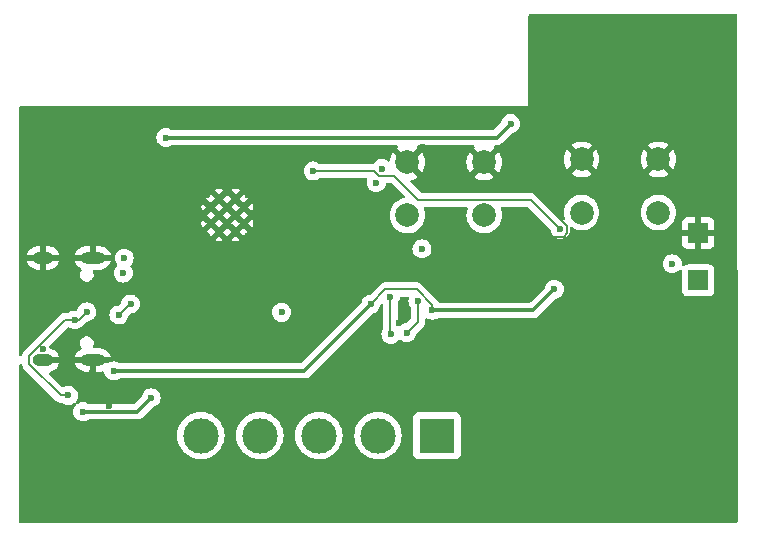
<source format=gbr>
%TF.GenerationSoftware,KiCad,Pcbnew,8.0.5*%
%TF.CreationDate,2024-11-05T12:43:32-08:00*%
%TF.ProjectId,PCB Board and Schematic,50434220-426f-4617-9264-20616e642053,rev?*%
%TF.SameCoordinates,Original*%
%TF.FileFunction,Copper,L4,Bot*%
%TF.FilePolarity,Positive*%
%FSLAX46Y46*%
G04 Gerber Fmt 4.6, Leading zero omitted, Abs format (unit mm)*
G04 Created by KiCad (PCBNEW 8.0.5) date 2024-11-05 12:43:32*
%MOMM*%
%LPD*%
G01*
G04 APERTURE LIST*
%TA.AperFunction,ComponentPad*%
%ADD10R,3.000000X3.000000*%
%TD*%
%TA.AperFunction,ComponentPad*%
%ADD11C,3.000000*%
%TD*%
%TA.AperFunction,ComponentPad*%
%ADD12C,2.000000*%
%TD*%
%TA.AperFunction,ComponentPad*%
%ADD13R,1.700000X1.700000*%
%TD*%
%TA.AperFunction,ComponentPad*%
%ADD14O,2.100000X1.000000*%
%TD*%
%TA.AperFunction,ComponentPad*%
%ADD15O,1.800000X1.000000*%
%TD*%
%TA.AperFunction,HeatsinkPad*%
%ADD16C,0.600000*%
%TD*%
%TA.AperFunction,ViaPad*%
%ADD17C,0.600000*%
%TD*%
%TA.AperFunction,Conductor*%
%ADD18C,0.200000*%
%TD*%
%TA.AperFunction,Conductor*%
%ADD19C,0.300000*%
%TD*%
G04 APERTURE END LIST*
D10*
%TO.P,J4,1,Pin_1*%
%TO.N,17*%
X136007500Y-78132500D03*
D11*
%TO.P,J4,2,Pin_2*%
%TO.N,18*%
X131007500Y-78132500D03*
%TO.P,J4,3,Pin_3*%
%TO.N,19*%
X126007500Y-78132500D03*
%TO.P,J4,4,Pin_4*%
%TO.N,20*%
X121007500Y-78132500D03*
%TO.P,J4,5,Pin_5*%
%TO.N,21*%
X116007500Y-78132500D03*
%TD*%
D12*
%TO.P,SW1,1,A*%
%TO.N,VBat-*%
X133500000Y-55000000D03*
X140000000Y-55000000D03*
%TO.P,SW1,2,B*%
%TO.N,GIPOO*%
X133500000Y-59500000D03*
X140000000Y-59500000D03*
%TD*%
D13*
%TO.P,J2,1,Pin_1*%
%TO.N,VBat+*%
X158125000Y-65000000D03*
%TD*%
D12*
%TO.P,SW3,1,A*%
%TO.N,VBat-*%
X148250000Y-54750000D03*
X154750000Y-54750000D03*
%TO.P,SW3,2,B*%
%TO.N,CHIP_UP*%
X148250000Y-59250000D03*
X154750000Y-59250000D03*
%TD*%
D13*
%TO.P,J3,1,Pin_1*%
%TO.N,VBat-*%
X158125000Y-61000000D03*
%TD*%
D14*
%TO.P,J1,S1,SHIELD*%
%TO.N,VBat-*%
X106850000Y-63095000D03*
D15*
X102670000Y-63095000D03*
D14*
X106850000Y-71735000D03*
D15*
X102670000Y-71735000D03*
%TD*%
D16*
%TO.P,U1,41,GND*%
%TO.N,VBat-*%
X116850000Y-58770000D03*
X116850000Y-60170000D03*
X117550000Y-58070000D03*
X117550000Y-59470000D03*
X117550000Y-60870000D03*
X118250000Y-58770000D03*
X118250000Y-60170000D03*
X118950000Y-58070000D03*
X118950000Y-59470000D03*
X118950000Y-60870000D03*
X119650000Y-58770000D03*
X119650000Y-60170000D03*
%TD*%
D17*
%TO.N,VBat-*%
X132941573Y-66970320D03*
X106780000Y-72820000D03*
X153950000Y-65610000D03*
X145680000Y-56700000D03*
X105850000Y-57200000D03*
X153500000Y-55950000D03*
X108250000Y-75600000D03*
X104700000Y-78150000D03*
X153990000Y-67590000D03*
X106850000Y-61580000D03*
X102590000Y-61580000D03*
X102724265Y-76125735D03*
X154140000Y-71110000D03*
X156270000Y-60950000D03*
X105990000Y-73720000D03*
X149450000Y-53500000D03*
X102670000Y-70770000D03*
X158660000Y-54820000D03*
X154070000Y-69400000D03*
X130020000Y-51730000D03*
X134780000Y-53690000D03*
X148280000Y-71970000D03*
X105320000Y-51220000D03*
X105490000Y-53730000D03*
X132771614Y-68600000D03*
X153870000Y-63770000D03*
X142840000Y-60860000D03*
X141700000Y-56500000D03*
%TO.N,CHIP_UP*%
X146440000Y-60680000D03*
X125530000Y-55730000D03*
%TO.N,VCC_3V3*%
X113060000Y-52900000D03*
X142230000Y-51730000D03*
%TO.N,VCC_5V*%
X145940000Y-65750000D03*
X108620000Y-72650000D03*
X135620000Y-67520000D03*
X130407500Y-66990000D03*
%TO.N,VBat+*%
X155930000Y-63590000D03*
X134730000Y-62320000D03*
%TO.N,D+*%
X105330000Y-68340000D03*
X104799999Y-74738259D03*
X106341865Y-67656607D03*
%TO.N,D-*%
X110054265Y-66995735D03*
X109070000Y-67920000D03*
%TO.N,CC2*%
X111800000Y-74940000D03*
X106010000Y-76110000D03*
%TO.N,Net-(U3-STAT)*%
X134390000Y-66730000D03*
X133450000Y-69420000D03*
%TO.N,Net-(U3-PROG)*%
X132060000Y-66360000D03*
X132100000Y-69560000D03*
%TO.N,17*%
X131310000Y-55540000D03*
%TO.N,20*%
X109450000Y-64370000D03*
%TO.N,21*%
X122840000Y-67700000D03*
%TO.N,19*%
X109510000Y-63130000D03*
%TO.N,18*%
X130860000Y-56720000D03*
%TD*%
D18*
%TO.N,VBat-*%
X143260000Y-61280000D02*
X146750000Y-61280000D01*
X132771614Y-68600000D02*
X132771614Y-67140279D01*
X106850000Y-63095000D02*
X105955000Y-63095000D01*
X106850000Y-71735000D02*
X107025000Y-71560000D01*
X148250000Y-54750000D02*
X147885686Y-55114314D01*
X147040000Y-60430000D02*
X143110000Y-56500000D01*
X102724265Y-76174265D02*
X102724265Y-76125735D01*
X143110000Y-56500000D02*
X141700000Y-56500000D01*
X104700000Y-78150000D02*
X102724265Y-76174265D01*
X146750000Y-61280000D02*
X147040000Y-60990000D01*
X132771614Y-67140279D02*
X132941573Y-66970320D01*
X142840000Y-60860000D02*
X143260000Y-61280000D01*
X147040000Y-60990000D02*
X147040000Y-60430000D01*
%TO.N,CHIP_UP*%
X134420000Y-58160000D02*
X143920000Y-58160000D01*
X143920000Y-58160000D02*
X146440000Y-60680000D01*
X130651471Y-55730000D02*
X131061471Y-56140000D01*
X131061471Y-56140000D02*
X132400000Y-56140000D01*
X132400000Y-56140000D02*
X134420000Y-58160000D01*
X125530000Y-55730000D02*
X130651471Y-55730000D01*
D19*
%TO.N,VCC_3V3*%
X142230000Y-51730000D02*
X141060000Y-52900000D01*
X141060000Y-52900000D02*
X113060000Y-52900000D01*
D18*
%TO.N,VCC_5V*%
X130407500Y-66990000D02*
X131637500Y-65760000D01*
D19*
X145940000Y-65750000D02*
X144170000Y-67520000D01*
D18*
X131637500Y-65760000D02*
X134268529Y-65760000D01*
D19*
X144170000Y-67520000D02*
X135620000Y-67520000D01*
D18*
X134268529Y-65760000D02*
X135620000Y-67111471D01*
D19*
X124747500Y-72650000D02*
X130407500Y-66990000D01*
X108620000Y-72650000D02*
X124747500Y-72650000D01*
D18*
X135620000Y-67111471D02*
X135620000Y-67520000D01*
%TO.N,D+*%
X105330000Y-68340000D02*
X105658472Y-68340000D01*
X101470000Y-71403629D02*
X104533629Y-68340000D01*
X104141888Y-74738259D02*
X101470000Y-72066371D01*
X104799999Y-74738259D02*
X104141888Y-74738259D01*
X101470000Y-72066371D02*
X101470000Y-71403629D01*
X104533629Y-68340000D02*
X105330000Y-68340000D01*
X105658472Y-68340000D02*
X106341865Y-67656607D01*
%TO.N,D-*%
X109994265Y-66995735D02*
X109070000Y-67920000D01*
X110054265Y-66995735D02*
X109994265Y-66995735D01*
D19*
%TO.N,CC2*%
X111800000Y-74940000D02*
X110630000Y-76110000D01*
X110630000Y-76110000D02*
X106010000Y-76110000D01*
D18*
%TO.N,Net-(U3-STAT)*%
X134390000Y-66730000D02*
X134390000Y-68480000D01*
X134390000Y-68480000D02*
X133450000Y-69420000D01*
%TO.N,Net-(U3-PROG)*%
X132060000Y-66360000D02*
X132060000Y-69520000D01*
X132060000Y-69520000D02*
X132100000Y-69560000D01*
%TD*%
%TA.AperFunction,Conductor*%
%TO.N,VBat-*%
G36*
X133563478Y-66380185D02*
G01*
X133609233Y-66432989D01*
X133619177Y-66502147D01*
X133613481Y-66525453D01*
X133604633Y-66550739D01*
X133604630Y-66550750D01*
X133584435Y-66729996D01*
X133584435Y-66730003D01*
X133604630Y-66909249D01*
X133604631Y-66909254D01*
X133664211Y-67079523D01*
X133698839Y-67134632D01*
X133738490Y-67197737D01*
X133760185Y-67232263D01*
X133762445Y-67235097D01*
X133763334Y-67237275D01*
X133763889Y-67238158D01*
X133763734Y-67238255D01*
X133788855Y-67299783D01*
X133789500Y-67312412D01*
X133789500Y-68179902D01*
X133769815Y-68246941D01*
X133753181Y-68267583D01*
X133431465Y-68589298D01*
X133370142Y-68622783D01*
X133357668Y-68624837D01*
X133270750Y-68634630D01*
X133100478Y-68694210D01*
X132947737Y-68790184D01*
X132872181Y-68865741D01*
X132810858Y-68899226D01*
X132741166Y-68894242D01*
X132685233Y-68852370D01*
X132660816Y-68786906D01*
X132660500Y-68778060D01*
X132660500Y-66942412D01*
X132680185Y-66875373D01*
X132687555Y-66865097D01*
X132689810Y-66862267D01*
X132689816Y-66862262D01*
X132785789Y-66709522D01*
X132845368Y-66539255D01*
X132845715Y-66536182D01*
X132853102Y-66470617D01*
X132880168Y-66406203D01*
X132937763Y-66366648D01*
X132976322Y-66360500D01*
X133496439Y-66360500D01*
X133563478Y-66380185D01*
G37*
%TD.AperFunction*%
%TA.AperFunction,Conductor*%
G36*
X161372930Y-42480365D02*
G01*
X161418702Y-42533154D01*
X161429924Y-42584618D01*
X161459074Y-85385718D01*
X161439435Y-85452770D01*
X161386662Y-85498561D01*
X161335134Y-85509802D01*
X100754560Y-85539196D01*
X100687511Y-85519544D01*
X100641731Y-85466762D01*
X100630500Y-85415196D01*
X100630500Y-78132498D01*
X114001890Y-78132498D01*
X114001890Y-78132501D01*
X114022304Y-78417933D01*
X114083128Y-78697537D01*
X114183135Y-78965666D01*
X114320270Y-79216809D01*
X114320275Y-79216817D01*
X114491754Y-79445887D01*
X114491770Y-79445905D01*
X114694094Y-79648229D01*
X114694112Y-79648245D01*
X114923182Y-79819724D01*
X114923190Y-79819729D01*
X115174333Y-79956864D01*
X115174332Y-79956864D01*
X115174336Y-79956865D01*
X115174339Y-79956867D01*
X115442454Y-80056869D01*
X115442460Y-80056870D01*
X115442462Y-80056871D01*
X115722066Y-80117695D01*
X115722068Y-80117695D01*
X115722072Y-80117696D01*
X115975720Y-80135837D01*
X116007499Y-80138110D01*
X116007500Y-80138110D01*
X116007501Y-80138110D01*
X116036095Y-80136064D01*
X116292928Y-80117696D01*
X116483242Y-80076296D01*
X116572537Y-80056871D01*
X116572537Y-80056870D01*
X116572546Y-80056869D01*
X116840661Y-79956867D01*
X117091815Y-79819726D01*
X117320895Y-79648239D01*
X117523239Y-79445895D01*
X117694726Y-79216815D01*
X117831867Y-78965661D01*
X117931869Y-78697546D01*
X117992696Y-78417928D01*
X118013110Y-78132500D01*
X118013110Y-78132498D01*
X119001890Y-78132498D01*
X119001890Y-78132501D01*
X119022304Y-78417933D01*
X119083128Y-78697537D01*
X119183135Y-78965666D01*
X119320270Y-79216809D01*
X119320275Y-79216817D01*
X119491754Y-79445887D01*
X119491770Y-79445905D01*
X119694094Y-79648229D01*
X119694112Y-79648245D01*
X119923182Y-79819724D01*
X119923190Y-79819729D01*
X120174333Y-79956864D01*
X120174332Y-79956864D01*
X120174336Y-79956865D01*
X120174339Y-79956867D01*
X120442454Y-80056869D01*
X120442460Y-80056870D01*
X120442462Y-80056871D01*
X120722066Y-80117695D01*
X120722068Y-80117695D01*
X120722072Y-80117696D01*
X120975720Y-80135837D01*
X121007499Y-80138110D01*
X121007500Y-80138110D01*
X121007501Y-80138110D01*
X121036095Y-80136064D01*
X121292928Y-80117696D01*
X121483242Y-80076296D01*
X121572537Y-80056871D01*
X121572537Y-80056870D01*
X121572546Y-80056869D01*
X121840661Y-79956867D01*
X122091815Y-79819726D01*
X122320895Y-79648239D01*
X122523239Y-79445895D01*
X122694726Y-79216815D01*
X122831867Y-78965661D01*
X122931869Y-78697546D01*
X122992696Y-78417928D01*
X123013110Y-78132500D01*
X123013110Y-78132498D01*
X124001890Y-78132498D01*
X124001890Y-78132501D01*
X124022304Y-78417933D01*
X124083128Y-78697537D01*
X124183135Y-78965666D01*
X124320270Y-79216809D01*
X124320275Y-79216817D01*
X124491754Y-79445887D01*
X124491770Y-79445905D01*
X124694094Y-79648229D01*
X124694112Y-79648245D01*
X124923182Y-79819724D01*
X124923190Y-79819729D01*
X125174333Y-79956864D01*
X125174332Y-79956864D01*
X125174336Y-79956865D01*
X125174339Y-79956867D01*
X125442454Y-80056869D01*
X125442460Y-80056870D01*
X125442462Y-80056871D01*
X125722066Y-80117695D01*
X125722068Y-80117695D01*
X125722072Y-80117696D01*
X125975720Y-80135837D01*
X126007499Y-80138110D01*
X126007500Y-80138110D01*
X126007501Y-80138110D01*
X126036095Y-80136064D01*
X126292928Y-80117696D01*
X126483242Y-80076296D01*
X126572537Y-80056871D01*
X126572537Y-80056870D01*
X126572546Y-80056869D01*
X126840661Y-79956867D01*
X127091815Y-79819726D01*
X127320895Y-79648239D01*
X127523239Y-79445895D01*
X127694726Y-79216815D01*
X127831867Y-78965661D01*
X127931869Y-78697546D01*
X127992696Y-78417928D01*
X128013110Y-78132500D01*
X128013110Y-78132498D01*
X129001890Y-78132498D01*
X129001890Y-78132501D01*
X129022304Y-78417933D01*
X129083128Y-78697537D01*
X129183135Y-78965666D01*
X129320270Y-79216809D01*
X129320275Y-79216817D01*
X129491754Y-79445887D01*
X129491770Y-79445905D01*
X129694094Y-79648229D01*
X129694112Y-79648245D01*
X129923182Y-79819724D01*
X129923190Y-79819729D01*
X130174333Y-79956864D01*
X130174332Y-79956864D01*
X130174336Y-79956865D01*
X130174339Y-79956867D01*
X130442454Y-80056869D01*
X130442460Y-80056870D01*
X130442462Y-80056871D01*
X130722066Y-80117695D01*
X130722068Y-80117695D01*
X130722072Y-80117696D01*
X130975720Y-80135837D01*
X131007499Y-80138110D01*
X131007500Y-80138110D01*
X131007501Y-80138110D01*
X131036095Y-80136064D01*
X131292928Y-80117696D01*
X131483242Y-80076296D01*
X131572537Y-80056871D01*
X131572537Y-80056870D01*
X131572546Y-80056869D01*
X131840661Y-79956867D01*
X132091815Y-79819726D01*
X132320895Y-79648239D01*
X132523239Y-79445895D01*
X132694726Y-79216815D01*
X132831867Y-78965661D01*
X132931869Y-78697546D01*
X132992696Y-78417928D01*
X133013110Y-78132500D01*
X132992696Y-77847072D01*
X132931869Y-77567454D01*
X132831867Y-77299339D01*
X132694726Y-77048185D01*
X132694724Y-77048182D01*
X132523245Y-76819112D01*
X132523229Y-76819094D01*
X132320905Y-76616770D01*
X132320887Y-76616754D01*
X132277981Y-76584635D01*
X134007000Y-76584635D01*
X134007000Y-79680370D01*
X134007001Y-79680376D01*
X134013408Y-79739983D01*
X134063702Y-79874828D01*
X134063706Y-79874835D01*
X134149952Y-79990044D01*
X134149955Y-79990047D01*
X134265164Y-80076293D01*
X134265171Y-80076297D01*
X134400017Y-80126591D01*
X134400016Y-80126591D01*
X134406944Y-80127335D01*
X134459627Y-80133000D01*
X137555372Y-80132999D01*
X137614983Y-80126591D01*
X137749831Y-80076296D01*
X137865046Y-79990046D01*
X137951296Y-79874831D01*
X138001591Y-79739983D01*
X138008000Y-79680373D01*
X138007999Y-76584628D01*
X138001591Y-76525017D01*
X137977163Y-76459523D01*
X137951297Y-76390171D01*
X137951293Y-76390164D01*
X137865047Y-76274955D01*
X137865044Y-76274952D01*
X137749835Y-76188706D01*
X137749828Y-76188702D01*
X137614982Y-76138408D01*
X137614983Y-76138408D01*
X137555383Y-76132001D01*
X137555381Y-76132000D01*
X137555373Y-76132000D01*
X137555364Y-76132000D01*
X134459629Y-76132000D01*
X134459623Y-76132001D01*
X134400016Y-76138408D01*
X134265171Y-76188702D01*
X134265164Y-76188706D01*
X134149955Y-76274952D01*
X134149952Y-76274955D01*
X134063706Y-76390164D01*
X134063702Y-76390171D01*
X134013408Y-76525017D01*
X134007001Y-76584616D01*
X134007001Y-76584623D01*
X134007000Y-76584635D01*
X132277981Y-76584635D01*
X132091817Y-76445275D01*
X132091809Y-76445270D01*
X131840666Y-76308135D01*
X131840667Y-76308135D01*
X131733415Y-76268132D01*
X131572546Y-76208131D01*
X131572543Y-76208130D01*
X131572537Y-76208128D01*
X131292933Y-76147304D01*
X131007501Y-76126890D01*
X131007499Y-76126890D01*
X130722066Y-76147304D01*
X130442462Y-76208128D01*
X130174333Y-76308135D01*
X129923190Y-76445270D01*
X129923182Y-76445275D01*
X129694112Y-76616754D01*
X129694094Y-76616770D01*
X129491770Y-76819094D01*
X129491754Y-76819112D01*
X129320275Y-77048182D01*
X129320270Y-77048190D01*
X129183135Y-77299333D01*
X129083128Y-77567462D01*
X129022304Y-77847066D01*
X129001890Y-78132498D01*
X128013110Y-78132498D01*
X127992696Y-77847072D01*
X127931869Y-77567454D01*
X127831867Y-77299339D01*
X127694726Y-77048185D01*
X127694724Y-77048182D01*
X127523245Y-76819112D01*
X127523229Y-76819094D01*
X127320905Y-76616770D01*
X127320887Y-76616754D01*
X127091817Y-76445275D01*
X127091809Y-76445270D01*
X126840666Y-76308135D01*
X126840667Y-76308135D01*
X126733415Y-76268132D01*
X126572546Y-76208131D01*
X126572543Y-76208130D01*
X126572537Y-76208128D01*
X126292933Y-76147304D01*
X126007501Y-76126890D01*
X126007499Y-76126890D01*
X125722066Y-76147304D01*
X125442462Y-76208128D01*
X125174333Y-76308135D01*
X124923190Y-76445270D01*
X124923182Y-76445275D01*
X124694112Y-76616754D01*
X124694094Y-76616770D01*
X124491770Y-76819094D01*
X124491754Y-76819112D01*
X124320275Y-77048182D01*
X124320270Y-77048190D01*
X124183135Y-77299333D01*
X124083128Y-77567462D01*
X124022304Y-77847066D01*
X124001890Y-78132498D01*
X123013110Y-78132498D01*
X122992696Y-77847072D01*
X122931869Y-77567454D01*
X122831867Y-77299339D01*
X122694726Y-77048185D01*
X122694724Y-77048182D01*
X122523245Y-76819112D01*
X122523229Y-76819094D01*
X122320905Y-76616770D01*
X122320887Y-76616754D01*
X122091817Y-76445275D01*
X122091809Y-76445270D01*
X121840666Y-76308135D01*
X121840667Y-76308135D01*
X121733415Y-76268132D01*
X121572546Y-76208131D01*
X121572543Y-76208130D01*
X121572537Y-76208128D01*
X121292933Y-76147304D01*
X121007501Y-76126890D01*
X121007499Y-76126890D01*
X120722066Y-76147304D01*
X120442462Y-76208128D01*
X120174333Y-76308135D01*
X119923190Y-76445270D01*
X119923182Y-76445275D01*
X119694112Y-76616754D01*
X119694094Y-76616770D01*
X119491770Y-76819094D01*
X119491754Y-76819112D01*
X119320275Y-77048182D01*
X119320270Y-77048190D01*
X119183135Y-77299333D01*
X119083128Y-77567462D01*
X119022304Y-77847066D01*
X119001890Y-78132498D01*
X118013110Y-78132498D01*
X117992696Y-77847072D01*
X117931869Y-77567454D01*
X117831867Y-77299339D01*
X117694726Y-77048185D01*
X117694724Y-77048182D01*
X117523245Y-76819112D01*
X117523229Y-76819094D01*
X117320905Y-76616770D01*
X117320887Y-76616754D01*
X117091817Y-76445275D01*
X117091809Y-76445270D01*
X116840666Y-76308135D01*
X116840667Y-76308135D01*
X116733415Y-76268132D01*
X116572546Y-76208131D01*
X116572543Y-76208130D01*
X116572537Y-76208128D01*
X116292933Y-76147304D01*
X116007501Y-76126890D01*
X116007499Y-76126890D01*
X115722066Y-76147304D01*
X115442462Y-76208128D01*
X115174333Y-76308135D01*
X114923190Y-76445270D01*
X114923182Y-76445275D01*
X114694112Y-76616754D01*
X114694094Y-76616770D01*
X114491770Y-76819094D01*
X114491754Y-76819112D01*
X114320275Y-77048182D01*
X114320270Y-77048190D01*
X114183135Y-77299333D01*
X114083128Y-77567462D01*
X114022304Y-77847066D01*
X114001890Y-78132498D01*
X100630500Y-78132498D01*
X100630500Y-72195343D01*
X100650185Y-72128304D01*
X100702989Y-72082549D01*
X100772147Y-72072605D01*
X100835703Y-72101630D01*
X100873477Y-72160408D01*
X100874257Y-72163187D01*
X100910423Y-72298156D01*
X100911764Y-72300478D01*
X100911770Y-72300490D01*
X100911772Y-72300492D01*
X100989477Y-72435083D01*
X100989481Y-72435088D01*
X101108349Y-72553956D01*
X101108355Y-72553961D01*
X103657027Y-75102633D01*
X103657037Y-75102644D01*
X103661367Y-75106974D01*
X103661368Y-75106975D01*
X103773172Y-75218779D01*
X103773174Y-75218780D01*
X103773178Y-75218783D01*
X103824002Y-75248126D01*
X103824007Y-75248128D01*
X103910097Y-75297833D01*
X103910098Y-75297833D01*
X103910103Y-75297836D01*
X104062830Y-75338759D01*
X104062831Y-75338759D01*
X104217587Y-75338759D01*
X104284626Y-75358444D01*
X104294902Y-75365814D01*
X104297735Y-75368073D01*
X104297737Y-75368075D01*
X104385438Y-75423181D01*
X104438728Y-75456666D01*
X104450477Y-75464048D01*
X104620744Y-75523627D01*
X104620749Y-75523628D01*
X104799995Y-75543824D01*
X104799999Y-75543824D01*
X104800003Y-75543824D01*
X104979248Y-75523628D01*
X104979251Y-75523627D01*
X104979254Y-75523627D01*
X105149521Y-75464048D01*
X105161270Y-75456666D01*
X105214560Y-75423181D01*
X105224926Y-75416667D01*
X105292161Y-75397667D01*
X105358997Y-75418034D01*
X105404211Y-75471302D01*
X105413450Y-75540558D01*
X105384500Y-75602275D01*
X105384525Y-75602295D01*
X105384443Y-75602396D01*
X105383779Y-75603814D01*
X105380718Y-75607068D01*
X105380184Y-75607737D01*
X105284211Y-75760476D01*
X105224631Y-75930745D01*
X105224630Y-75930750D01*
X105204435Y-76109996D01*
X105204435Y-76110003D01*
X105224630Y-76289249D01*
X105224631Y-76289254D01*
X105284211Y-76459523D01*
X105325364Y-76525017D01*
X105380184Y-76612262D01*
X105507738Y-76739816D01*
X105570904Y-76779506D01*
X105633936Y-76819112D01*
X105660478Y-76835789D01*
X105830739Y-76895366D01*
X105830745Y-76895368D01*
X105830750Y-76895369D01*
X106009996Y-76915565D01*
X106010000Y-76915565D01*
X106010004Y-76915565D01*
X106189249Y-76895369D01*
X106189251Y-76895368D01*
X106189255Y-76895368D01*
X106189258Y-76895366D01*
X106189262Y-76895366D01*
X106279377Y-76863832D01*
X106359522Y-76835789D01*
X106449096Y-76779505D01*
X106515068Y-76760500D01*
X110694071Y-76760500D01*
X110778615Y-76743682D01*
X110819744Y-76735501D01*
X110938127Y-76686465D01*
X111044669Y-76615277D01*
X111898224Y-75761720D01*
X111959545Y-75728237D01*
X111972019Y-75726183D01*
X111979255Y-75725368D01*
X112149522Y-75665789D01*
X112302262Y-75569816D01*
X112429816Y-75442262D01*
X112525789Y-75289522D01*
X112585368Y-75119255D01*
X112588914Y-75087782D01*
X112605565Y-74940003D01*
X112605565Y-74939996D01*
X112585369Y-74760750D01*
X112585368Y-74760745D01*
X112525788Y-74590476D01*
X112429815Y-74437737D01*
X112302262Y-74310184D01*
X112149523Y-74214211D01*
X111979254Y-74154631D01*
X111979249Y-74154630D01*
X111800004Y-74134435D01*
X111799996Y-74134435D01*
X111620750Y-74154630D01*
X111620745Y-74154631D01*
X111450476Y-74214211D01*
X111297737Y-74310184D01*
X111170184Y-74437737D01*
X111074210Y-74590478D01*
X111014632Y-74760744D01*
X111014630Y-74760752D01*
X111013815Y-74767988D01*
X110986743Y-74832400D01*
X110978277Y-74841775D01*
X110396873Y-75423181D01*
X110335550Y-75456666D01*
X110309192Y-75459500D01*
X106515068Y-75459500D01*
X106449096Y-75440494D01*
X106359522Y-75384210D01*
X106359518Y-75384209D01*
X106189262Y-75324633D01*
X106189249Y-75324630D01*
X106010004Y-75304435D01*
X106009996Y-75304435D01*
X105830750Y-75324630D01*
X105830745Y-75324631D01*
X105660476Y-75384211D01*
X105585072Y-75431591D01*
X105517835Y-75450591D01*
X105451000Y-75430223D01*
X105405786Y-75376955D01*
X105396549Y-75307699D01*
X105425497Y-75245982D01*
X105425474Y-75245964D01*
X105425551Y-75245866D01*
X105426220Y-75244442D01*
X105429288Y-75241181D01*
X105429810Y-75240525D01*
X105429815Y-75240521D01*
X105525788Y-75087781D01*
X105585367Y-74917514D01*
X105594957Y-74832400D01*
X105605564Y-74738262D01*
X105605564Y-74738255D01*
X105585368Y-74559009D01*
X105585367Y-74559004D01*
X105525787Y-74388735D01*
X105429814Y-74235996D01*
X105302261Y-74108443D01*
X105149522Y-74012470D01*
X104979253Y-73952890D01*
X104979248Y-73952889D01*
X104800003Y-73932694D01*
X104799995Y-73932694D01*
X104620749Y-73952889D01*
X104620736Y-73952892D01*
X104450478Y-74012468D01*
X104420505Y-74031302D01*
X104353268Y-74050302D01*
X104286433Y-74029934D01*
X104266853Y-74013989D01*
X103181872Y-72929008D01*
X103148387Y-72867685D01*
X103153371Y-72797993D01*
X103195243Y-72742060D01*
X103245362Y-72719710D01*
X103361681Y-72696572D01*
X103361693Y-72696569D01*
X103543671Y-72621192D01*
X103543684Y-72621185D01*
X103707462Y-72511751D01*
X103707466Y-72511748D01*
X103846748Y-72372466D01*
X103846751Y-72372462D01*
X103956185Y-72208684D01*
X103956192Y-72208671D01*
X104031569Y-72026692D01*
X104031569Y-72026690D01*
X104039862Y-71985000D01*
X103236988Y-71985000D01*
X103254205Y-71975060D01*
X103310060Y-71919205D01*
X103349556Y-71850796D01*
X103370000Y-71774496D01*
X103370000Y-71695504D01*
X103349556Y-71619204D01*
X103310060Y-71550795D01*
X103254205Y-71494940D01*
X103236988Y-71485000D01*
X104039862Y-71485000D01*
X105330138Y-71485000D01*
X106133012Y-71485000D01*
X106115795Y-71494940D01*
X106059940Y-71550795D01*
X106020444Y-71619204D01*
X106000000Y-71695504D01*
X106000000Y-71774496D01*
X106020444Y-71850796D01*
X106059940Y-71919205D01*
X106115795Y-71975060D01*
X106133012Y-71985000D01*
X105330138Y-71985000D01*
X105338430Y-72026690D01*
X105338430Y-72026692D01*
X105413807Y-72208671D01*
X105413814Y-72208684D01*
X105523248Y-72372462D01*
X105523251Y-72372466D01*
X105662533Y-72511748D01*
X105662537Y-72511751D01*
X105826315Y-72621185D01*
X105826328Y-72621192D01*
X106008306Y-72696569D01*
X106008318Y-72696572D01*
X106201504Y-72734999D01*
X106201508Y-72735000D01*
X106600000Y-72735000D01*
X106600000Y-72035000D01*
X107100000Y-72035000D01*
X107100000Y-72735000D01*
X107498492Y-72735000D01*
X107498494Y-72734999D01*
X107684568Y-72697987D01*
X107754159Y-72704214D01*
X107809336Y-72747077D01*
X107831979Y-72805718D01*
X107834631Y-72829251D01*
X107834631Y-72829254D01*
X107894211Y-72999523D01*
X107990184Y-73152262D01*
X108117738Y-73279816D01*
X108270478Y-73375789D01*
X108440739Y-73435366D01*
X108440745Y-73435368D01*
X108440750Y-73435369D01*
X108619996Y-73455565D01*
X108620000Y-73455565D01*
X108620004Y-73455565D01*
X108799249Y-73435369D01*
X108799251Y-73435368D01*
X108799255Y-73435368D01*
X108799258Y-73435366D01*
X108799262Y-73435366D01*
X108889377Y-73403832D01*
X108969522Y-73375789D01*
X109059096Y-73319505D01*
X109125068Y-73300500D01*
X124811571Y-73300500D01*
X124896115Y-73283682D01*
X124937244Y-73275501D01*
X125055627Y-73226465D01*
X125162169Y-73155277D01*
X130505724Y-67811720D01*
X130567045Y-67778237D01*
X130579519Y-67776183D01*
X130586755Y-67775368D01*
X130757022Y-67715789D01*
X130909762Y-67619816D01*
X131037316Y-67492262D01*
X131133289Y-67339522D01*
X131192868Y-67169255D01*
X131202661Y-67082329D01*
X131229726Y-67017918D01*
X131238184Y-67008550D01*
X131247825Y-66998908D01*
X131309148Y-66965428D01*
X131378840Y-66970416D01*
X131434771Y-67012291D01*
X131459185Y-67077756D01*
X131459500Y-67086596D01*
X131459500Y-69039016D01*
X131440494Y-69104988D01*
X131374211Y-69210477D01*
X131374209Y-69210481D01*
X131314633Y-69380737D01*
X131314630Y-69380750D01*
X131294435Y-69559996D01*
X131294435Y-69560003D01*
X131314630Y-69739249D01*
X131314631Y-69739254D01*
X131374211Y-69909523D01*
X131434931Y-70006157D01*
X131470184Y-70062262D01*
X131597738Y-70189816D01*
X131750478Y-70285789D01*
X131920745Y-70345368D01*
X131920750Y-70345369D01*
X132099996Y-70365565D01*
X132100000Y-70365565D01*
X132100004Y-70365565D01*
X132279249Y-70345369D01*
X132279252Y-70345368D01*
X132279255Y-70345368D01*
X132449522Y-70285789D01*
X132602262Y-70189816D01*
X132729816Y-70062262D01*
X132735982Y-70052447D01*
X132788312Y-70006157D01*
X132857365Y-69995505D01*
X132921215Y-70023877D01*
X132928658Y-70030736D01*
X132947738Y-70049816D01*
X133100478Y-70145789D01*
X133226297Y-70189815D01*
X133270745Y-70205368D01*
X133270750Y-70205369D01*
X133449996Y-70225565D01*
X133450000Y-70225565D01*
X133450004Y-70225565D01*
X133629249Y-70205369D01*
X133629252Y-70205368D01*
X133629255Y-70205368D01*
X133799522Y-70145789D01*
X133952262Y-70049816D01*
X134079816Y-69922262D01*
X134175789Y-69769522D01*
X134235368Y-69599255D01*
X134245161Y-69512329D01*
X134272226Y-69447918D01*
X134280689Y-69438544D01*
X134870520Y-68848716D01*
X134949577Y-68711784D01*
X134990501Y-68559057D01*
X134990501Y-68400942D01*
X134990501Y-68393347D01*
X134990500Y-68393329D01*
X134990500Y-68294228D01*
X135010185Y-68227189D01*
X135062989Y-68181434D01*
X135132147Y-68171490D01*
X135180473Y-68189235D01*
X135270475Y-68245788D01*
X135440745Y-68305368D01*
X135440750Y-68305369D01*
X135619996Y-68325565D01*
X135620000Y-68325565D01*
X135620004Y-68325565D01*
X135799249Y-68305369D01*
X135799251Y-68305368D01*
X135799255Y-68305368D01*
X135799258Y-68305366D01*
X135799262Y-68305366D01*
X135907238Y-68267583D01*
X135969522Y-68245789D01*
X136059096Y-68189505D01*
X136125068Y-68170500D01*
X144234071Y-68170500D01*
X144318615Y-68153682D01*
X144359744Y-68145501D01*
X144478127Y-68096465D01*
X144507531Y-68076818D01*
X144584669Y-68025277D01*
X146038224Y-66571720D01*
X146099545Y-66538237D01*
X146112019Y-66536183D01*
X146119255Y-66535368D01*
X146289522Y-66475789D01*
X146442262Y-66379816D01*
X146569816Y-66252262D01*
X146665789Y-66099522D01*
X146725368Y-65929255D01*
X146728904Y-65897872D01*
X146745565Y-65750003D01*
X146745565Y-65749996D01*
X146725369Y-65570750D01*
X146725368Y-65570745D01*
X146665788Y-65400476D01*
X146589760Y-65279479D01*
X146569816Y-65247738D01*
X146442262Y-65120184D01*
X146348519Y-65061281D01*
X146289523Y-65024211D01*
X146119254Y-64964631D01*
X146119249Y-64964630D01*
X145940004Y-64944435D01*
X145939996Y-64944435D01*
X145760750Y-64964630D01*
X145760745Y-64964631D01*
X145590476Y-65024211D01*
X145437737Y-65120184D01*
X145310184Y-65247737D01*
X145214210Y-65400478D01*
X145154632Y-65570744D01*
X145154630Y-65570752D01*
X145153815Y-65577988D01*
X145126743Y-65642400D01*
X145118277Y-65651775D01*
X143936873Y-66833181D01*
X143875550Y-66866666D01*
X143849192Y-66869500D01*
X136245288Y-66869500D01*
X136178249Y-66849815D01*
X136137901Y-66807500D01*
X136100522Y-66742758D01*
X136100518Y-66742753D01*
X134756119Y-65398355D01*
X134756117Y-65398352D01*
X134637246Y-65279481D01*
X134637245Y-65279480D01*
X134550433Y-65229360D01*
X134550433Y-65229359D01*
X134550429Y-65229358D01*
X134500314Y-65200423D01*
X134347586Y-65159499D01*
X134189472Y-65159499D01*
X134181876Y-65159499D01*
X134181860Y-65159500D01*
X131724170Y-65159500D01*
X131724154Y-65159499D01*
X131716558Y-65159499D01*
X131558443Y-65159499D01*
X131482079Y-65179961D01*
X131405714Y-65200423D01*
X131405709Y-65200426D01*
X131268790Y-65279475D01*
X131268782Y-65279481D01*
X130388965Y-66159298D01*
X130327642Y-66192783D01*
X130315168Y-66194837D01*
X130228250Y-66204630D01*
X130057978Y-66264210D01*
X129905237Y-66360184D01*
X129777684Y-66487737D01*
X129681710Y-66640478D01*
X129622132Y-66810744D01*
X129622130Y-66810752D01*
X129621315Y-66817988D01*
X129594243Y-66882400D01*
X129585777Y-66891775D01*
X124514373Y-71963181D01*
X124453050Y-71996666D01*
X124426692Y-71999500D01*
X109125068Y-71999500D01*
X109059096Y-71980494D01*
X108969522Y-71924210D01*
X108969518Y-71924209D01*
X108799262Y-71864633D01*
X108799249Y-71864630D01*
X108620004Y-71844435D01*
X108619996Y-71844435D01*
X108440750Y-71864630D01*
X108440745Y-71864631D01*
X108270473Y-71924212D01*
X108203981Y-71965993D01*
X108138009Y-71985000D01*
X107566988Y-71985000D01*
X107584205Y-71975060D01*
X107640060Y-71919205D01*
X107679556Y-71850796D01*
X107700000Y-71774496D01*
X107700000Y-71695504D01*
X107679556Y-71619204D01*
X107640060Y-71550795D01*
X107584205Y-71494940D01*
X107566988Y-71485000D01*
X108369862Y-71485000D01*
X108361569Y-71443309D01*
X108361569Y-71443307D01*
X108286192Y-71261328D01*
X108286185Y-71261315D01*
X108176751Y-71097537D01*
X108176748Y-71097533D01*
X108037466Y-70958251D01*
X108037462Y-70958248D01*
X107873684Y-70848814D01*
X107873671Y-70848807D01*
X107691693Y-70773430D01*
X107691681Y-70773427D01*
X107498495Y-70735000D01*
X106981045Y-70735000D01*
X106914006Y-70715315D01*
X106868251Y-70662511D01*
X106858307Y-70593353D01*
X106873658Y-70549000D01*
X106886279Y-70527138D01*
X106886281Y-70527135D01*
X106925500Y-70380766D01*
X106925500Y-70229234D01*
X106886281Y-70082865D01*
X106810515Y-69951635D01*
X106703365Y-69844485D01*
X106637750Y-69806602D01*
X106572136Y-69768719D01*
X106498950Y-69749109D01*
X106425766Y-69729500D01*
X106274234Y-69729500D01*
X106127863Y-69768719D01*
X105996635Y-69844485D01*
X105996632Y-69844487D01*
X105889487Y-69951632D01*
X105889485Y-69951635D01*
X105813719Y-70082863D01*
X105774500Y-70229234D01*
X105774500Y-70380765D01*
X105813719Y-70527136D01*
X105848524Y-70587419D01*
X105889485Y-70658365D01*
X105889486Y-70658366D01*
X105893549Y-70665403D01*
X105891346Y-70666674D01*
X105911959Y-70719983D01*
X105897923Y-70788428D01*
X105849112Y-70838420D01*
X105835845Y-70844866D01*
X105826324Y-70848809D01*
X105826315Y-70848814D01*
X105662537Y-70958248D01*
X105662533Y-70958251D01*
X105523251Y-71097533D01*
X105523248Y-71097537D01*
X105413814Y-71261315D01*
X105413807Y-71261328D01*
X105338430Y-71443307D01*
X105338430Y-71443309D01*
X105330138Y-71485000D01*
X104039862Y-71485000D01*
X104031569Y-71443309D01*
X104031569Y-71443307D01*
X103956192Y-71261328D01*
X103956185Y-71261315D01*
X103846751Y-71097537D01*
X103846748Y-71097533D01*
X103707466Y-70958251D01*
X103707462Y-70958248D01*
X103543684Y-70848814D01*
X103543671Y-70848807D01*
X103361693Y-70773430D01*
X103361683Y-70773427D01*
X103245361Y-70750289D01*
X103183450Y-70717904D01*
X103148876Y-70657188D01*
X103152616Y-70587419D01*
X103181869Y-70540994D01*
X104711948Y-69010916D01*
X104773269Y-68977433D01*
X104842961Y-68982417D01*
X104865600Y-68993606D01*
X104980475Y-69065788D01*
X105150745Y-69125368D01*
X105150750Y-69125369D01*
X105329996Y-69145565D01*
X105330000Y-69145565D01*
X105330004Y-69145565D01*
X105509249Y-69125369D01*
X105509252Y-69125368D01*
X105509255Y-69125368D01*
X105679522Y-69065789D01*
X105832262Y-68969816D01*
X105907685Y-68894391D01*
X105933372Y-68874682D01*
X105940376Y-68870639D01*
X106027188Y-68820520D01*
X106138992Y-68708716D01*
X106138992Y-68708714D01*
X106149200Y-68698507D01*
X106149202Y-68698504D01*
X106360400Y-68487305D01*
X106421721Y-68453822D01*
X106434176Y-68451770D01*
X106521120Y-68441975D01*
X106691387Y-68382396D01*
X106844127Y-68286423D01*
X106971681Y-68158869D01*
X107067654Y-68006129D01*
X107097793Y-67919996D01*
X108264435Y-67919996D01*
X108264435Y-67920003D01*
X108284630Y-68099249D01*
X108284631Y-68099254D01*
X108344211Y-68269523D01*
X108422004Y-68393329D01*
X108440184Y-68422262D01*
X108567738Y-68549816D01*
X108582442Y-68559055D01*
X108702721Y-68634632D01*
X108720478Y-68645789D01*
X108858857Y-68694210D01*
X108890745Y-68705368D01*
X108890750Y-68705369D01*
X109069996Y-68725565D01*
X109070000Y-68725565D01*
X109070004Y-68725565D01*
X109249249Y-68705369D01*
X109249252Y-68705368D01*
X109249255Y-68705368D01*
X109419522Y-68645789D01*
X109572262Y-68549816D01*
X109699816Y-68422262D01*
X109795789Y-68269522D01*
X109855368Y-68099255D01*
X109865161Y-68012329D01*
X109892226Y-67947918D01*
X109900690Y-67938543D01*
X110005180Y-67834053D01*
X110066501Y-67800570D01*
X110078976Y-67798516D01*
X110233514Y-67781104D01*
X110233517Y-67781103D01*
X110233520Y-67781103D01*
X110403787Y-67721524D01*
X110438049Y-67699996D01*
X122034435Y-67699996D01*
X122034435Y-67700003D01*
X122054630Y-67879249D01*
X122054631Y-67879254D01*
X122114211Y-68049523D01*
X122190849Y-68171490D01*
X122210184Y-68202262D01*
X122337738Y-68329816D01*
X122421419Y-68382396D01*
X122484864Y-68422262D01*
X122490478Y-68425789D01*
X122564719Y-68451767D01*
X122660745Y-68485368D01*
X122660750Y-68485369D01*
X122839996Y-68505565D01*
X122840000Y-68505565D01*
X122840004Y-68505565D01*
X123019249Y-68485369D01*
X123019252Y-68485368D01*
X123019255Y-68485368D01*
X123189522Y-68425789D01*
X123342262Y-68329816D01*
X123469816Y-68202262D01*
X123565789Y-68049522D01*
X123625368Y-67879255D01*
X123630257Y-67835862D01*
X123645565Y-67700003D01*
X123645565Y-67699996D01*
X123625369Y-67520750D01*
X123625368Y-67520745D01*
X123565788Y-67350476D01*
X123509929Y-67261578D01*
X123469816Y-67197738D01*
X123342262Y-67070184D01*
X123273203Y-67026791D01*
X123189523Y-66974211D01*
X123019254Y-66914631D01*
X123019249Y-66914630D01*
X122840004Y-66894435D01*
X122839996Y-66894435D01*
X122660750Y-66914630D01*
X122660745Y-66914631D01*
X122490476Y-66974211D01*
X122337737Y-67070184D01*
X122210184Y-67197737D01*
X122114211Y-67350476D01*
X122054631Y-67520745D01*
X122054630Y-67520750D01*
X122034435Y-67699996D01*
X110438049Y-67699996D01*
X110556527Y-67625551D01*
X110684081Y-67497997D01*
X110780054Y-67345257D01*
X110839633Y-67174990D01*
X110841959Y-67154345D01*
X110859830Y-66995738D01*
X110859830Y-66995731D01*
X110839634Y-66816485D01*
X110839633Y-66816480D01*
X110836491Y-66807500D01*
X110780054Y-66646213D01*
X110776450Y-66640478D01*
X110733248Y-66571722D01*
X110684081Y-66493473D01*
X110556527Y-66365919D01*
X110441746Y-66293797D01*
X110403788Y-66269946D01*
X110233519Y-66210366D01*
X110233514Y-66210365D01*
X110054269Y-66190170D01*
X110054261Y-66190170D01*
X109875015Y-66210365D01*
X109875010Y-66210366D01*
X109704741Y-66269946D01*
X109552002Y-66365919D01*
X109424449Y-66493472D01*
X109328475Y-66646213D01*
X109270901Y-66810752D01*
X109268897Y-66816480D01*
X109268727Y-66817988D01*
X109266721Y-66835789D01*
X109239651Y-66900202D01*
X109231182Y-66909581D01*
X109051465Y-67089298D01*
X108990142Y-67122783D01*
X108977668Y-67124837D01*
X108890750Y-67134630D01*
X108720478Y-67194210D01*
X108567737Y-67290184D01*
X108440184Y-67417737D01*
X108344211Y-67570476D01*
X108284631Y-67740745D01*
X108284630Y-67740750D01*
X108264435Y-67919996D01*
X107097793Y-67919996D01*
X107127233Y-67835862D01*
X107131127Y-67801300D01*
X107147430Y-67656610D01*
X107147430Y-67656603D01*
X107127234Y-67477357D01*
X107127233Y-67477352D01*
X107067653Y-67307083D01*
X107020640Y-67232263D01*
X106971681Y-67154345D01*
X106844127Y-67026791D01*
X106830006Y-67017918D01*
X106691388Y-66930818D01*
X106521119Y-66871238D01*
X106521114Y-66871237D01*
X106341869Y-66851042D01*
X106341861Y-66851042D01*
X106162615Y-66871237D01*
X106162610Y-66871238D01*
X105992341Y-66930818D01*
X105839602Y-67026791D01*
X105712049Y-67154344D01*
X105616075Y-67307085D01*
X105561350Y-67463483D01*
X105520628Y-67520259D01*
X105455675Y-67546007D01*
X105430425Y-67545749D01*
X105330004Y-67534435D01*
X105329996Y-67534435D01*
X105150750Y-67554630D01*
X105150745Y-67554631D01*
X104980476Y-67614211D01*
X104827736Y-67710185D01*
X104824903Y-67712445D01*
X104822724Y-67713334D01*
X104821842Y-67713889D01*
X104821744Y-67713734D01*
X104760217Y-67738855D01*
X104747588Y-67739500D01*
X104620299Y-67739500D01*
X104620283Y-67739499D01*
X104612687Y-67739499D01*
X104454572Y-67739499D01*
X104378208Y-67759961D01*
X104301843Y-67780423D01*
X104301838Y-67780426D01*
X104164919Y-67859475D01*
X104164911Y-67859481D01*
X100989481Y-71034911D01*
X100989479Y-71034914D01*
X100939361Y-71121723D01*
X100939359Y-71121725D01*
X100910425Y-71171838D01*
X100910424Y-71171839D01*
X100910423Y-71171844D01*
X100874274Y-71306751D01*
X100837909Y-71366410D01*
X100775062Y-71396939D01*
X100705687Y-71388644D01*
X100651809Y-71344159D01*
X100630535Y-71277606D01*
X100630500Y-71274656D01*
X100630500Y-62845000D01*
X101300138Y-62845000D01*
X102103012Y-62845000D01*
X102085795Y-62854940D01*
X102029940Y-62910795D01*
X101990444Y-62979204D01*
X101970000Y-63055504D01*
X101970000Y-63134496D01*
X101990444Y-63210796D01*
X102029940Y-63279205D01*
X102085795Y-63335060D01*
X102103012Y-63345000D01*
X101300138Y-63345000D01*
X101308430Y-63386690D01*
X101308430Y-63386692D01*
X101383807Y-63568671D01*
X101383814Y-63568684D01*
X101493248Y-63732462D01*
X101493251Y-63732466D01*
X101632533Y-63871748D01*
X101632537Y-63871751D01*
X101796315Y-63981185D01*
X101796328Y-63981192D01*
X101978306Y-64056569D01*
X101978318Y-64056572D01*
X102171504Y-64094999D01*
X102171508Y-64095000D01*
X102420000Y-64095000D01*
X102420000Y-63395000D01*
X102920000Y-63395000D01*
X102920000Y-64095000D01*
X103168492Y-64095000D01*
X103168495Y-64094999D01*
X103361681Y-64056572D01*
X103361693Y-64056569D01*
X103543671Y-63981192D01*
X103543684Y-63981185D01*
X103707462Y-63871751D01*
X103707466Y-63871748D01*
X103846748Y-63732466D01*
X103846751Y-63732462D01*
X103956185Y-63568684D01*
X103956192Y-63568671D01*
X104031569Y-63386692D01*
X104031569Y-63386690D01*
X104039862Y-63345000D01*
X103236988Y-63345000D01*
X103254205Y-63335060D01*
X103310060Y-63279205D01*
X103349556Y-63210796D01*
X103370000Y-63134496D01*
X103370000Y-63055504D01*
X103349556Y-62979204D01*
X103310060Y-62910795D01*
X103254205Y-62854940D01*
X103236988Y-62845000D01*
X104039862Y-62845000D01*
X105330138Y-62845000D01*
X106133012Y-62845000D01*
X106115795Y-62854940D01*
X106059940Y-62910795D01*
X106020444Y-62979204D01*
X106000000Y-63055504D01*
X106000000Y-63134496D01*
X106020444Y-63210796D01*
X106059940Y-63279205D01*
X106115795Y-63335060D01*
X106133012Y-63345000D01*
X105330138Y-63345000D01*
X105338430Y-63386690D01*
X105338430Y-63386692D01*
X105413807Y-63568671D01*
X105413814Y-63568684D01*
X105523248Y-63732462D01*
X105523251Y-63732466D01*
X105662533Y-63871748D01*
X105662537Y-63871751D01*
X105826315Y-63981185D01*
X105826328Y-63981192D01*
X105835838Y-63985131D01*
X105890243Y-64028970D01*
X105912310Y-64095264D01*
X105895033Y-64162963D01*
X105891350Y-64168405D01*
X105813719Y-64302863D01*
X105774500Y-64449234D01*
X105774500Y-64600765D01*
X105813719Y-64747136D01*
X105851602Y-64812750D01*
X105889485Y-64878365D01*
X105996635Y-64985515D01*
X106127865Y-65061281D01*
X106274234Y-65100500D01*
X106274236Y-65100500D01*
X106425764Y-65100500D01*
X106425766Y-65100500D01*
X106572135Y-65061281D01*
X106703365Y-64985515D01*
X106810515Y-64878365D01*
X106886281Y-64747135D01*
X106925500Y-64600766D01*
X106925500Y-64449234D01*
X106904268Y-64369996D01*
X108644435Y-64369996D01*
X108644435Y-64370003D01*
X108664630Y-64549249D01*
X108664631Y-64549254D01*
X108724211Y-64719523D01*
X108741561Y-64747135D01*
X108820184Y-64872262D01*
X108947738Y-64999816D01*
X109100478Y-65095789D01*
X109170195Y-65120184D01*
X109270745Y-65155368D01*
X109270750Y-65155369D01*
X109449996Y-65175565D01*
X109450000Y-65175565D01*
X109450004Y-65175565D01*
X109629249Y-65155369D01*
X109629252Y-65155368D01*
X109629255Y-65155368D01*
X109799522Y-65095789D01*
X109952262Y-64999816D01*
X110079816Y-64872262D01*
X110175789Y-64719522D01*
X110235368Y-64549255D01*
X110235369Y-64549249D01*
X110255565Y-64370003D01*
X110255565Y-64369996D01*
X110235369Y-64190750D01*
X110235368Y-64190745D01*
X110225647Y-64162963D01*
X110175789Y-64020478D01*
X110155833Y-63988719D01*
X110136582Y-63958080D01*
X110079816Y-63867738D01*
X110079759Y-63867681D01*
X110079734Y-63867635D01*
X110075475Y-63862295D01*
X110076410Y-63861548D01*
X110046274Y-63806358D01*
X110051258Y-63736666D01*
X110079759Y-63692319D01*
X110097337Y-63674741D01*
X110139816Y-63632262D01*
X110166374Y-63589996D01*
X155124435Y-63589996D01*
X155124435Y-63590003D01*
X155144630Y-63769249D01*
X155144631Y-63769254D01*
X155204211Y-63939523D01*
X155298296Y-64089258D01*
X155300184Y-64092262D01*
X155427738Y-64219816D01*
X155427740Y-64219817D01*
X155559909Y-64302865D01*
X155580478Y-64315789D01*
X155735393Y-64369996D01*
X155750745Y-64375368D01*
X155750750Y-64375369D01*
X155929996Y-64395565D01*
X155930000Y-64395565D01*
X155930004Y-64395565D01*
X156109249Y-64375369D01*
X156109252Y-64375368D01*
X156109255Y-64375368D01*
X156279522Y-64315789D01*
X156432262Y-64219816D01*
X156559816Y-64092262D01*
X156559819Y-64092256D01*
X156562818Y-64089258D01*
X156624141Y-64055773D01*
X156693833Y-64060757D01*
X156749767Y-64102628D01*
X156774184Y-64168092D01*
X156774500Y-64176939D01*
X156774500Y-65897870D01*
X156774501Y-65897876D01*
X156780908Y-65957483D01*
X156831202Y-66092328D01*
X156831206Y-66092335D01*
X156917452Y-66207544D01*
X156917455Y-66207547D01*
X157032664Y-66293793D01*
X157032671Y-66293797D01*
X157167517Y-66344091D01*
X157167516Y-66344091D01*
X157174444Y-66344835D01*
X157227127Y-66350500D01*
X159022872Y-66350499D01*
X159082483Y-66344091D01*
X159217331Y-66293796D01*
X159332546Y-66207546D01*
X159418796Y-66092331D01*
X159469091Y-65957483D01*
X159475500Y-65897873D01*
X159475499Y-64102128D01*
X159469091Y-64042517D01*
X159464038Y-64028970D01*
X159418797Y-63907671D01*
X159418793Y-63907664D01*
X159332547Y-63792455D01*
X159332544Y-63792452D01*
X159217335Y-63706206D01*
X159217328Y-63706202D01*
X159082482Y-63655908D01*
X159082483Y-63655908D01*
X159022883Y-63649501D01*
X159022881Y-63649500D01*
X159022873Y-63649500D01*
X159022864Y-63649500D01*
X157227129Y-63649500D01*
X157227123Y-63649501D01*
X157167516Y-63655908D01*
X157032671Y-63706202D01*
X157032669Y-63706204D01*
X156923548Y-63787892D01*
X156858084Y-63812309D01*
X156789811Y-63797458D01*
X156740405Y-63748053D01*
X156725553Y-63679780D01*
X156726017Y-63674741D01*
X156735565Y-63590002D01*
X156735565Y-63589996D01*
X156715369Y-63410750D01*
X156715368Y-63410745D01*
X156655788Y-63240476D01*
X156570894Y-63105369D01*
X156559816Y-63087738D01*
X156432262Y-62960184D01*
X156417240Y-62950745D01*
X156279523Y-62864211D01*
X156109254Y-62804631D01*
X156109249Y-62804630D01*
X155930004Y-62784435D01*
X155929996Y-62784435D01*
X155750750Y-62804630D01*
X155750745Y-62804631D01*
X155580476Y-62864211D01*
X155427737Y-62960184D01*
X155300184Y-63087737D01*
X155204211Y-63240476D01*
X155144631Y-63410745D01*
X155144630Y-63410750D01*
X155124435Y-63589996D01*
X110166374Y-63589996D01*
X110235789Y-63479522D01*
X110295368Y-63309255D01*
X110298754Y-63279205D01*
X110315565Y-63130003D01*
X110315565Y-63129996D01*
X110295369Y-62950750D01*
X110295368Y-62950745D01*
X110244241Y-62804632D01*
X110235789Y-62780478D01*
X110139816Y-62627738D01*
X110012262Y-62500184D01*
X109944390Y-62457537D01*
X109859523Y-62404211D01*
X109689254Y-62344631D01*
X109689249Y-62344630D01*
X109510004Y-62324435D01*
X109509996Y-62324435D01*
X109330750Y-62344630D01*
X109330745Y-62344631D01*
X109160476Y-62404211D01*
X109007737Y-62500184D01*
X108880184Y-62627737D01*
X108784211Y-62780476D01*
X108724631Y-62950745D01*
X108724630Y-62950750D01*
X108704435Y-63129996D01*
X108704435Y-63130003D01*
X108724630Y-63309249D01*
X108724631Y-63309254D01*
X108784211Y-63479523D01*
X108880184Y-63632262D01*
X108880241Y-63632319D01*
X108880265Y-63632364D01*
X108884525Y-63637705D01*
X108883589Y-63638451D01*
X108913726Y-63693642D01*
X108908742Y-63763334D01*
X108880241Y-63807681D01*
X108820184Y-63867737D01*
X108724211Y-64020476D01*
X108664631Y-64190745D01*
X108664630Y-64190750D01*
X108644435Y-64369996D01*
X106904268Y-64369996D01*
X106886281Y-64302865D01*
X106886279Y-64302861D01*
X106873658Y-64281000D01*
X106857185Y-64213099D01*
X106880038Y-64147073D01*
X106934959Y-64103882D01*
X106981045Y-64095000D01*
X107498492Y-64095000D01*
X107498495Y-64094999D01*
X107691681Y-64056572D01*
X107691693Y-64056569D01*
X107873671Y-63981192D01*
X107873684Y-63981185D01*
X108037462Y-63871751D01*
X108037466Y-63871748D01*
X108176748Y-63732466D01*
X108176751Y-63732462D01*
X108286185Y-63568684D01*
X108286192Y-63568671D01*
X108361569Y-63386692D01*
X108361569Y-63386690D01*
X108369862Y-63345000D01*
X107566988Y-63345000D01*
X107584205Y-63335060D01*
X107640060Y-63279205D01*
X107679556Y-63210796D01*
X107700000Y-63134496D01*
X107700000Y-63055504D01*
X107679556Y-62979204D01*
X107640060Y-62910795D01*
X107584205Y-62854940D01*
X107566988Y-62845000D01*
X108369862Y-62845000D01*
X108361569Y-62803309D01*
X108361569Y-62803307D01*
X108286192Y-62621328D01*
X108286185Y-62621315D01*
X108176751Y-62457537D01*
X108176748Y-62457533D01*
X108039211Y-62319996D01*
X133924435Y-62319996D01*
X133924435Y-62320003D01*
X133944630Y-62499249D01*
X133944631Y-62499254D01*
X134004211Y-62669523D01*
X134073928Y-62780476D01*
X134100184Y-62822262D01*
X134227738Y-62949816D01*
X134380478Y-63045789D01*
X134550745Y-63105368D01*
X134550750Y-63105369D01*
X134729996Y-63125565D01*
X134730000Y-63125565D01*
X134730004Y-63125565D01*
X134909249Y-63105369D01*
X134909252Y-63105368D01*
X134909255Y-63105368D01*
X135079522Y-63045789D01*
X135232262Y-62949816D01*
X135359816Y-62822262D01*
X135455789Y-62669522D01*
X135515368Y-62499255D01*
X135515369Y-62499249D01*
X135535565Y-62320003D01*
X135535565Y-62319996D01*
X135515369Y-62140750D01*
X135515368Y-62140745D01*
X135455788Y-61970476D01*
X135359815Y-61817737D01*
X135232262Y-61690184D01*
X135079523Y-61594211D01*
X134909254Y-61534631D01*
X134909249Y-61534630D01*
X134730004Y-61514435D01*
X134729996Y-61514435D01*
X134550750Y-61534630D01*
X134550745Y-61534631D01*
X134380476Y-61594211D01*
X134227737Y-61690184D01*
X134100184Y-61817737D01*
X134004211Y-61970476D01*
X133944631Y-62140745D01*
X133944630Y-62140750D01*
X133924435Y-62319996D01*
X108039211Y-62319996D01*
X108037466Y-62318251D01*
X108037462Y-62318248D01*
X107873684Y-62208814D01*
X107873671Y-62208807D01*
X107691693Y-62133430D01*
X107691681Y-62133427D01*
X107498495Y-62095000D01*
X107100000Y-62095000D01*
X107100000Y-62795000D01*
X106600000Y-62795000D01*
X106600000Y-62095000D01*
X106201504Y-62095000D01*
X106008318Y-62133427D01*
X106008306Y-62133430D01*
X105826328Y-62208807D01*
X105826315Y-62208814D01*
X105662537Y-62318248D01*
X105662533Y-62318251D01*
X105523251Y-62457533D01*
X105523248Y-62457537D01*
X105413814Y-62621315D01*
X105413807Y-62621328D01*
X105338430Y-62803307D01*
X105338430Y-62803309D01*
X105330138Y-62845000D01*
X104039862Y-62845000D01*
X104031569Y-62803309D01*
X104031569Y-62803307D01*
X103956192Y-62621328D01*
X103956185Y-62621315D01*
X103846751Y-62457537D01*
X103846748Y-62457533D01*
X103707466Y-62318251D01*
X103707462Y-62318248D01*
X103543684Y-62208814D01*
X103543671Y-62208807D01*
X103361693Y-62133430D01*
X103361681Y-62133427D01*
X103168495Y-62095000D01*
X102920000Y-62095000D01*
X102920000Y-62795000D01*
X102420000Y-62795000D01*
X102420000Y-62095000D01*
X102171504Y-62095000D01*
X101978318Y-62133427D01*
X101978306Y-62133430D01*
X101796328Y-62208807D01*
X101796315Y-62208814D01*
X101632537Y-62318248D01*
X101632533Y-62318251D01*
X101493251Y-62457533D01*
X101493248Y-62457537D01*
X101383814Y-62621315D01*
X101383807Y-62621328D01*
X101308430Y-62803307D01*
X101308430Y-62803309D01*
X101300138Y-62845000D01*
X100630500Y-62845000D01*
X100630500Y-61586660D01*
X117186892Y-61586660D01*
X117186892Y-61586661D01*
X117200692Y-61595333D01*
X117200691Y-61595333D01*
X117370861Y-61654878D01*
X117549997Y-61675062D01*
X117550003Y-61675062D01*
X117729138Y-61654878D01*
X117729141Y-61654877D01*
X117899305Y-61595334D01*
X117899306Y-61595334D01*
X117913106Y-61586661D01*
X117913106Y-61586660D01*
X118586892Y-61586660D01*
X118586892Y-61586661D01*
X118600692Y-61595333D01*
X118600691Y-61595333D01*
X118770861Y-61654878D01*
X118949997Y-61675062D01*
X118950003Y-61675062D01*
X119129138Y-61654878D01*
X119129141Y-61654877D01*
X119299305Y-61595334D01*
X119299306Y-61595334D01*
X119313106Y-61586661D01*
X119313106Y-61586660D01*
X118950001Y-61223553D01*
X118950000Y-61223553D01*
X118586892Y-61586660D01*
X117913106Y-61586660D01*
X117550001Y-61223553D01*
X117550000Y-61223553D01*
X117186892Y-61586660D01*
X100630500Y-61586660D01*
X100630500Y-60886660D01*
X116486892Y-60886660D01*
X116486892Y-60886661D01*
X116500692Y-60895333D01*
X116500691Y-60895333D01*
X116670862Y-60954878D01*
X116671644Y-60955057D01*
X116672097Y-60955310D01*
X116677431Y-60957177D01*
X116677104Y-60958111D01*
X116732623Y-60989166D01*
X116761952Y-61042874D01*
X116762822Y-61042570D01*
X116764670Y-61047852D01*
X116764940Y-61048346D01*
X116765121Y-61049142D01*
X116824663Y-61219300D01*
X116824663Y-61219301D01*
X116833338Y-61233107D01*
X117196446Y-60870000D01*
X117176555Y-60850109D01*
X117450000Y-60850109D01*
X117450000Y-60889891D01*
X117465224Y-60926645D01*
X117493355Y-60954776D01*
X117530109Y-60970000D01*
X117569891Y-60970000D01*
X117606645Y-60954776D01*
X117634776Y-60926645D01*
X117650000Y-60889891D01*
X117650000Y-60869999D01*
X117903553Y-60869999D01*
X117903553Y-60870000D01*
X118250000Y-61216446D01*
X118250001Y-61216446D01*
X118596446Y-60870000D01*
X118576555Y-60850109D01*
X118850000Y-60850109D01*
X118850000Y-60889891D01*
X118865224Y-60926645D01*
X118893355Y-60954776D01*
X118930109Y-60970000D01*
X118969891Y-60970000D01*
X119006645Y-60954776D01*
X119034776Y-60926645D01*
X119050000Y-60889891D01*
X119050000Y-60869999D01*
X119303553Y-60869999D01*
X119303553Y-60870000D01*
X119666660Y-61233106D01*
X119666661Y-61233106D01*
X119675334Y-61219306D01*
X119675334Y-61219305D01*
X119734876Y-61049144D01*
X119735056Y-61048358D01*
X119735311Y-61047901D01*
X119737177Y-61042570D01*
X119738110Y-61042896D01*
X119769164Y-60987379D01*
X119822875Y-60958049D01*
X119822570Y-60957177D01*
X119827870Y-60955322D01*
X119828358Y-60955056D01*
X119829144Y-60954876D01*
X119999305Y-60895334D01*
X119999306Y-60895334D01*
X120013106Y-60886661D01*
X120013106Y-60886660D01*
X119650000Y-60523553D01*
X119584240Y-60589314D01*
X119584239Y-60589314D01*
X119303553Y-60869999D01*
X119050000Y-60869999D01*
X119050000Y-60850109D01*
X119034776Y-60813355D01*
X119006645Y-60785224D01*
X118969891Y-60770000D01*
X118930109Y-60770000D01*
X118893355Y-60785224D01*
X118865224Y-60813355D01*
X118850000Y-60850109D01*
X118576555Y-60850109D01*
X118315760Y-60589314D01*
X118250000Y-60523553D01*
X118184240Y-60589314D01*
X118184239Y-60589314D01*
X117903553Y-60869999D01*
X117650000Y-60869999D01*
X117650000Y-60850109D01*
X117634776Y-60813355D01*
X117606645Y-60785224D01*
X117569891Y-60770000D01*
X117530109Y-60770000D01*
X117493355Y-60785224D01*
X117465224Y-60813355D01*
X117450000Y-60850109D01*
X117176555Y-60850109D01*
X116849999Y-60523553D01*
X116849998Y-60523553D01*
X116486892Y-60886660D01*
X100630500Y-60886660D01*
X100630500Y-60169997D01*
X116044938Y-60169997D01*
X116044938Y-60170002D01*
X116065121Y-60349138D01*
X116124665Y-60519304D01*
X116133338Y-60533107D01*
X116496446Y-60170000D01*
X116496446Y-60169999D01*
X116476556Y-60150109D01*
X116750000Y-60150109D01*
X116750000Y-60189891D01*
X116765224Y-60226645D01*
X116793355Y-60254776D01*
X116830109Y-60270000D01*
X116869891Y-60270000D01*
X116906645Y-60254776D01*
X116934776Y-60226645D01*
X116950000Y-60189891D01*
X116950000Y-60170000D01*
X117203553Y-60170000D01*
X117250161Y-60216607D01*
X117550000Y-60516446D01*
X117896446Y-60170000D01*
X117876555Y-60150109D01*
X118150000Y-60150109D01*
X118150000Y-60189891D01*
X118165224Y-60226645D01*
X118193355Y-60254776D01*
X118230109Y-60270000D01*
X118269891Y-60270000D01*
X118306645Y-60254776D01*
X118334776Y-60226645D01*
X118350000Y-60189891D01*
X118350000Y-60170000D01*
X118603553Y-60170000D01*
X118650161Y-60216607D01*
X118950000Y-60516446D01*
X119296446Y-60170000D01*
X119276555Y-60150109D01*
X119550000Y-60150109D01*
X119550000Y-60189891D01*
X119565224Y-60226645D01*
X119593355Y-60254776D01*
X119630109Y-60270000D01*
X119669891Y-60270000D01*
X119706645Y-60254776D01*
X119734776Y-60226645D01*
X119750000Y-60189891D01*
X119750000Y-60170000D01*
X120003552Y-60170000D01*
X120366660Y-60533106D01*
X120366661Y-60533106D01*
X120375334Y-60519306D01*
X120375334Y-60519305D01*
X120434877Y-60349141D01*
X120434878Y-60349138D01*
X120455062Y-60170002D01*
X120455062Y-60169997D01*
X120434878Y-59990861D01*
X120375333Y-59820692D01*
X120366661Y-59806892D01*
X120366660Y-59806892D01*
X120003552Y-60170000D01*
X119750000Y-60170000D01*
X119750000Y-60150109D01*
X119734776Y-60113355D01*
X119706645Y-60085224D01*
X119669891Y-60070000D01*
X119630109Y-60070000D01*
X119593355Y-60085224D01*
X119565224Y-60113355D01*
X119550000Y-60150109D01*
X119276555Y-60150109D01*
X119006425Y-59879979D01*
X118950000Y-59823553D01*
X118893575Y-59879979D01*
X118893574Y-59879980D01*
X118603553Y-60170000D01*
X118350000Y-60170000D01*
X118350000Y-60150109D01*
X118334776Y-60113355D01*
X118306645Y-60085224D01*
X118269891Y-60070000D01*
X118230109Y-60070000D01*
X118193355Y-60085224D01*
X118165224Y-60113355D01*
X118150000Y-60150109D01*
X117876555Y-60150109D01*
X117606425Y-59879979D01*
X117550000Y-59823553D01*
X117493575Y-59879979D01*
X117493574Y-59879980D01*
X117203553Y-60170000D01*
X116950000Y-60170000D01*
X116950000Y-60150109D01*
X116934776Y-60113355D01*
X116906645Y-60085224D01*
X116869891Y-60070000D01*
X116830109Y-60070000D01*
X116793355Y-60085224D01*
X116765224Y-60113355D01*
X116750000Y-60150109D01*
X116476556Y-60150109D01*
X116133338Y-59806891D01*
X116133337Y-59806891D01*
X116124667Y-59820691D01*
X116124662Y-59820701D01*
X116065122Y-59990858D01*
X116065121Y-59990861D01*
X116044938Y-60169997D01*
X100630500Y-60169997D01*
X100630500Y-59469999D01*
X116503553Y-59469999D01*
X116503553Y-59470000D01*
X116849998Y-59816446D01*
X116849999Y-59816446D01*
X117125869Y-59540577D01*
X117196446Y-59470000D01*
X117176555Y-59450109D01*
X117450000Y-59450109D01*
X117450000Y-59489891D01*
X117465224Y-59526645D01*
X117493355Y-59554776D01*
X117530109Y-59570000D01*
X117569891Y-59570000D01*
X117606645Y-59554776D01*
X117634776Y-59526645D01*
X117650000Y-59489891D01*
X117650000Y-59469999D01*
X117903553Y-59469999D01*
X118250000Y-59816446D01*
X118596446Y-59470000D01*
X118576555Y-59450109D01*
X118850000Y-59450109D01*
X118850000Y-59489891D01*
X118865224Y-59526645D01*
X118893355Y-59554776D01*
X118930109Y-59570000D01*
X118969891Y-59570000D01*
X119006645Y-59554776D01*
X119034776Y-59526645D01*
X119050000Y-59489891D01*
X119050000Y-59469999D01*
X119303553Y-59469999D01*
X119650000Y-59816446D01*
X119996446Y-59470000D01*
X119996446Y-59469999D01*
X119650000Y-59123553D01*
X119584240Y-59189314D01*
X119584239Y-59189314D01*
X119303553Y-59469999D01*
X119050000Y-59469999D01*
X119050000Y-59450109D01*
X119034776Y-59413355D01*
X119006645Y-59385224D01*
X118969891Y-59370000D01*
X118930109Y-59370000D01*
X118893355Y-59385224D01*
X118865224Y-59413355D01*
X118850000Y-59450109D01*
X118576555Y-59450109D01*
X118315760Y-59189314D01*
X118250000Y-59123553D01*
X118184240Y-59189314D01*
X118184239Y-59189314D01*
X117903553Y-59469999D01*
X117650000Y-59469999D01*
X117650000Y-59450109D01*
X117634776Y-59413355D01*
X117606645Y-59385224D01*
X117569891Y-59370000D01*
X117530109Y-59370000D01*
X117493355Y-59385224D01*
X117465224Y-59413355D01*
X117450000Y-59450109D01*
X117176555Y-59450109D01*
X116849999Y-59123553D01*
X116849998Y-59123553D01*
X116503553Y-59469999D01*
X100630500Y-59469999D01*
X100630500Y-58769997D01*
X116044938Y-58769997D01*
X116044938Y-58770002D01*
X116065121Y-58949138D01*
X116124665Y-59119304D01*
X116133338Y-59133107D01*
X116496446Y-58770000D01*
X116496446Y-58769999D01*
X116476556Y-58750109D01*
X116750000Y-58750109D01*
X116750000Y-58789891D01*
X116765224Y-58826645D01*
X116793355Y-58854776D01*
X116830109Y-58870000D01*
X116869891Y-58870000D01*
X116906645Y-58854776D01*
X116934776Y-58826645D01*
X116950000Y-58789891D01*
X116950000Y-58769999D01*
X117203553Y-58769999D01*
X117550000Y-59116446D01*
X117896446Y-58770000D01*
X117876555Y-58750109D01*
X118150000Y-58750109D01*
X118150000Y-58789891D01*
X118165224Y-58826645D01*
X118193355Y-58854776D01*
X118230109Y-58870000D01*
X118269891Y-58870000D01*
X118306645Y-58854776D01*
X118334776Y-58826645D01*
X118350000Y-58789891D01*
X118350000Y-58769999D01*
X118603553Y-58769999D01*
X118950000Y-59116446D01*
X119296446Y-58770000D01*
X119276555Y-58750109D01*
X119550000Y-58750109D01*
X119550000Y-58789891D01*
X119565224Y-58826645D01*
X119593355Y-58854776D01*
X119630109Y-58870000D01*
X119669891Y-58870000D01*
X119706645Y-58854776D01*
X119734776Y-58826645D01*
X119750000Y-58789891D01*
X119750000Y-58770000D01*
X120003552Y-58770000D01*
X120366660Y-59133106D01*
X120366661Y-59133106D01*
X120375334Y-59119306D01*
X120375334Y-59119305D01*
X120434877Y-58949141D01*
X120434878Y-58949138D01*
X120455062Y-58770002D01*
X120455062Y-58769997D01*
X120434878Y-58590861D01*
X120375333Y-58420692D01*
X120366661Y-58406892D01*
X120366660Y-58406892D01*
X120003552Y-58770000D01*
X119750000Y-58770000D01*
X119750000Y-58750109D01*
X119734776Y-58713355D01*
X119706645Y-58685224D01*
X119669891Y-58670000D01*
X119630109Y-58670000D01*
X119593355Y-58685224D01*
X119565224Y-58713355D01*
X119550000Y-58750109D01*
X119276555Y-58750109D01*
X119015760Y-58489314D01*
X118950000Y-58423553D01*
X118884240Y-58489314D01*
X118884239Y-58489314D01*
X118603553Y-58769999D01*
X118350000Y-58769999D01*
X118350000Y-58750109D01*
X118334776Y-58713355D01*
X118306645Y-58685224D01*
X118269891Y-58670000D01*
X118230109Y-58670000D01*
X118193355Y-58685224D01*
X118165224Y-58713355D01*
X118150000Y-58750109D01*
X117876555Y-58750109D01*
X117615760Y-58489314D01*
X117550000Y-58423553D01*
X117484240Y-58489314D01*
X117484239Y-58489314D01*
X117203553Y-58769999D01*
X116950000Y-58769999D01*
X116950000Y-58750109D01*
X116934776Y-58713355D01*
X116906645Y-58685224D01*
X116869891Y-58670000D01*
X116830109Y-58670000D01*
X116793355Y-58685224D01*
X116765224Y-58713355D01*
X116750000Y-58750109D01*
X116476556Y-58750109D01*
X116133338Y-58406891D01*
X116133337Y-58406891D01*
X116124667Y-58420691D01*
X116124662Y-58420701D01*
X116065122Y-58590858D01*
X116065121Y-58590861D01*
X116044938Y-58769997D01*
X100630500Y-58769997D01*
X100630500Y-58053337D01*
X116486891Y-58053337D01*
X116486891Y-58053338D01*
X116849998Y-58416446D01*
X117145275Y-58121171D01*
X117196446Y-58069998D01*
X117176557Y-58050109D01*
X117450000Y-58050109D01*
X117450000Y-58089891D01*
X117465224Y-58126645D01*
X117493355Y-58154776D01*
X117530109Y-58170000D01*
X117569891Y-58170000D01*
X117606645Y-58154776D01*
X117634776Y-58126645D01*
X117650000Y-58089891D01*
X117650000Y-58069998D01*
X117903553Y-58069998D01*
X117903553Y-58069999D01*
X118250000Y-58416446D01*
X118545275Y-58121172D01*
X118596446Y-58069999D01*
X118596446Y-58069998D01*
X118576557Y-58050109D01*
X118850000Y-58050109D01*
X118850000Y-58089891D01*
X118865224Y-58126645D01*
X118893355Y-58154776D01*
X118930109Y-58170000D01*
X118969891Y-58170000D01*
X119006645Y-58154776D01*
X119034776Y-58126645D01*
X119050000Y-58089891D01*
X119050000Y-58069998D01*
X119303553Y-58069998D01*
X119303553Y-58069999D01*
X119650000Y-58416446D01*
X119650001Y-58416446D01*
X120013107Y-58053338D01*
X119999301Y-58044663D01*
X119829142Y-57985121D01*
X119828346Y-57984940D01*
X119827883Y-57984681D01*
X119822570Y-57982822D01*
X119822895Y-57981890D01*
X119767370Y-57950827D01*
X119738049Y-57897125D01*
X119737177Y-57897431D01*
X119735321Y-57892128D01*
X119735057Y-57891644D01*
X119734878Y-57890862D01*
X119675333Y-57720692D01*
X119666661Y-57706892D01*
X119666660Y-57706892D01*
X119303553Y-58069998D01*
X119050000Y-58069998D01*
X119050000Y-58050109D01*
X119034776Y-58013355D01*
X119006645Y-57985224D01*
X118969891Y-57970000D01*
X118930109Y-57970000D01*
X118893355Y-57985224D01*
X118865224Y-58013355D01*
X118850000Y-58050109D01*
X118576557Y-58050109D01*
X118250001Y-57723553D01*
X118250000Y-57723553D01*
X117903553Y-58069998D01*
X117650000Y-58069998D01*
X117650000Y-58050109D01*
X117634776Y-58013355D01*
X117606645Y-57985224D01*
X117569891Y-57970000D01*
X117530109Y-57970000D01*
X117493355Y-57985224D01*
X117465224Y-58013355D01*
X117450000Y-58050109D01*
X117176557Y-58050109D01*
X116833338Y-57706891D01*
X116833337Y-57706891D01*
X116824667Y-57720691D01*
X116824662Y-57720701D01*
X116765119Y-57890866D01*
X116764939Y-57891656D01*
X116764682Y-57892113D01*
X116762823Y-57897429D01*
X116761891Y-57897103D01*
X116730824Y-57952631D01*
X116677124Y-57981952D01*
X116677429Y-57982823D01*
X116672145Y-57984671D01*
X116671656Y-57984939D01*
X116670866Y-57985119D01*
X116500701Y-58044662D01*
X116500691Y-58044667D01*
X116486891Y-58053337D01*
X100630500Y-58053337D01*
X100630500Y-57353337D01*
X117186891Y-57353337D01*
X117186891Y-57353338D01*
X117550000Y-57716446D01*
X117550001Y-57716446D01*
X117913107Y-57353338D01*
X117913105Y-57353337D01*
X118586891Y-57353337D01*
X118586891Y-57353338D01*
X118950000Y-57716446D01*
X118950001Y-57716446D01*
X119313107Y-57353338D01*
X119299304Y-57344665D01*
X119129138Y-57285121D01*
X118950003Y-57264938D01*
X118949997Y-57264938D01*
X118770861Y-57285121D01*
X118770858Y-57285122D01*
X118600701Y-57344662D01*
X118600691Y-57344667D01*
X118586891Y-57353337D01*
X117913105Y-57353337D01*
X117899304Y-57344665D01*
X117729138Y-57285121D01*
X117550003Y-57264938D01*
X117549997Y-57264938D01*
X117370861Y-57285121D01*
X117370858Y-57285122D01*
X117200701Y-57344662D01*
X117200691Y-57344667D01*
X117186891Y-57353337D01*
X100630500Y-57353337D01*
X100630500Y-52899996D01*
X112254435Y-52899996D01*
X112254435Y-52900003D01*
X112274630Y-53079249D01*
X112274631Y-53079254D01*
X112334211Y-53249523D01*
X112410938Y-53371632D01*
X112430184Y-53402262D01*
X112557738Y-53529816D01*
X112620904Y-53569506D01*
X112706021Y-53622989D01*
X112710478Y-53625789D01*
X112767872Y-53645872D01*
X112880745Y-53685368D01*
X112880750Y-53685369D01*
X113059996Y-53705565D01*
X113060000Y-53705565D01*
X113060004Y-53705565D01*
X113239249Y-53685369D01*
X113239251Y-53685368D01*
X113239255Y-53685368D01*
X113239258Y-53685366D01*
X113239262Y-53685366D01*
X113352128Y-53645872D01*
X113409522Y-53625789D01*
X113499096Y-53569505D01*
X113565068Y-53550500D01*
X132558965Y-53550500D01*
X132626004Y-53570185D01*
X132671759Y-53622989D01*
X132681703Y-53692147D01*
X132652678Y-53755703D01*
X132635125Y-53772355D01*
X132629942Y-53776388D01*
X132629942Y-53776390D01*
X133329765Y-54476212D01*
X133287708Y-54487482D01*
X133162292Y-54559890D01*
X133059890Y-54662292D01*
X132987482Y-54787708D01*
X132976212Y-54829765D01*
X132276564Y-54130116D01*
X132176267Y-54283632D01*
X132076412Y-54511282D01*
X132015387Y-54752261D01*
X132015385Y-54752269D01*
X132009712Y-54820736D01*
X131984558Y-54885921D01*
X131928156Y-54927158D01*
X131858413Y-54931356D01*
X131819096Y-54912394D01*
X131818158Y-54913889D01*
X131659523Y-54814211D01*
X131489254Y-54754631D01*
X131489249Y-54754630D01*
X131310004Y-54734435D01*
X131309996Y-54734435D01*
X131130750Y-54754630D01*
X131130745Y-54754631D01*
X130960476Y-54814211D01*
X130807737Y-54910184D01*
X130680184Y-55037737D01*
X130658988Y-55071472D01*
X130606654Y-55117763D01*
X130553994Y-55129500D01*
X126112412Y-55129500D01*
X126045373Y-55109815D01*
X126035097Y-55102445D01*
X126032263Y-55100185D01*
X126032262Y-55100184D01*
X125932880Y-55037738D01*
X125879523Y-55004211D01*
X125709254Y-54944631D01*
X125709249Y-54944630D01*
X125530004Y-54924435D01*
X125529996Y-54924435D01*
X125350750Y-54944630D01*
X125350745Y-54944631D01*
X125180476Y-55004211D01*
X125027737Y-55100184D01*
X124900184Y-55227737D01*
X124804211Y-55380476D01*
X124744631Y-55550745D01*
X124744630Y-55550750D01*
X124724435Y-55729996D01*
X124724435Y-55730003D01*
X124744630Y-55909249D01*
X124744631Y-55909254D01*
X124804211Y-56079523D01*
X124885620Y-56209083D01*
X124900184Y-56232262D01*
X125027738Y-56359816D01*
X125180478Y-56455789D01*
X125265516Y-56485545D01*
X125350745Y-56515368D01*
X125350750Y-56515369D01*
X125529996Y-56535565D01*
X125530000Y-56535565D01*
X125530004Y-56535565D01*
X125709249Y-56515369D01*
X125709252Y-56515368D01*
X125709255Y-56515368D01*
X125879522Y-56455789D01*
X126032262Y-56359816D01*
X126032267Y-56359810D01*
X126035097Y-56357555D01*
X126037275Y-56356665D01*
X126038158Y-56356111D01*
X126038255Y-56356265D01*
X126099783Y-56331145D01*
X126112412Y-56330500D01*
X129973438Y-56330500D01*
X130040477Y-56350185D01*
X130086232Y-56402989D01*
X130096176Y-56472147D01*
X130090479Y-56495455D01*
X130074633Y-56540737D01*
X130074630Y-56540750D01*
X130054435Y-56719996D01*
X130054435Y-56720003D01*
X130074630Y-56899249D01*
X130074631Y-56899254D01*
X130134211Y-57069523D01*
X130230184Y-57222262D01*
X130357738Y-57349816D01*
X130510478Y-57445789D01*
X130680745Y-57505368D01*
X130680750Y-57505369D01*
X130859996Y-57525565D01*
X130860000Y-57525565D01*
X130860004Y-57525565D01*
X131039249Y-57505369D01*
X131039252Y-57505368D01*
X131039255Y-57505368D01*
X131209522Y-57445789D01*
X131362262Y-57349816D01*
X131489816Y-57222262D01*
X131585789Y-57069522D01*
X131645368Y-56899255D01*
X131645369Y-56899249D01*
X131650849Y-56850616D01*
X131677916Y-56786202D01*
X131735511Y-56746647D01*
X131774069Y-56740500D01*
X132099903Y-56740500D01*
X132166942Y-56760185D01*
X132187584Y-56776819D01*
X133234976Y-57824211D01*
X133268461Y-57885534D01*
X133263477Y-57955226D01*
X133221605Y-58011159D01*
X133167706Y-58034201D01*
X133130381Y-58040429D01*
X132895197Y-58121169D01*
X132895188Y-58121172D01*
X132676493Y-58239524D01*
X132480257Y-58392261D01*
X132311833Y-58575217D01*
X132175826Y-58783393D01*
X132075936Y-59011118D01*
X132014892Y-59252175D01*
X132014890Y-59252187D01*
X131994357Y-59499994D01*
X131994357Y-59500005D01*
X132014890Y-59747812D01*
X132014892Y-59747824D01*
X132075936Y-59988881D01*
X132175826Y-60216606D01*
X132311833Y-60424782D01*
X132311836Y-60424785D01*
X132480256Y-60607738D01*
X132676491Y-60760474D01*
X132895190Y-60878828D01*
X133034476Y-60926645D01*
X133123412Y-60957177D01*
X133130386Y-60959571D01*
X133375665Y-61000500D01*
X133624335Y-61000500D01*
X133869614Y-60959571D01*
X134104810Y-60878828D01*
X134323509Y-60760474D01*
X134519744Y-60607738D01*
X134688164Y-60424785D01*
X134824173Y-60216607D01*
X134924063Y-59988881D01*
X134985108Y-59747821D01*
X134985109Y-59747812D01*
X135005643Y-59500005D01*
X135005643Y-59499994D01*
X134985109Y-59252187D01*
X134985107Y-59252175D01*
X134969188Y-59189314D01*
X134924063Y-59011119D01*
X134896876Y-58949138D01*
X134890372Y-58934310D01*
X134881469Y-58865010D01*
X134911447Y-58801897D01*
X134970786Y-58765011D01*
X135003928Y-58760500D01*
X138496072Y-58760500D01*
X138563111Y-58780185D01*
X138608866Y-58832989D01*
X138618810Y-58902147D01*
X138609628Y-58934310D01*
X138575937Y-59011118D01*
X138514892Y-59252175D01*
X138514890Y-59252187D01*
X138494357Y-59499994D01*
X138494357Y-59500005D01*
X138514890Y-59747812D01*
X138514892Y-59747824D01*
X138575936Y-59988881D01*
X138675826Y-60216606D01*
X138811833Y-60424782D01*
X138811836Y-60424785D01*
X138980256Y-60607738D01*
X139176491Y-60760474D01*
X139395190Y-60878828D01*
X139534476Y-60926645D01*
X139623412Y-60957177D01*
X139630386Y-60959571D01*
X139875665Y-61000500D01*
X140124335Y-61000500D01*
X140369614Y-60959571D01*
X140604810Y-60878828D01*
X140823509Y-60760474D01*
X141019744Y-60607738D01*
X141188164Y-60424785D01*
X141324173Y-60216607D01*
X141424063Y-59988881D01*
X141485108Y-59747821D01*
X141485109Y-59747812D01*
X141505643Y-59500005D01*
X141505643Y-59499994D01*
X141485109Y-59252187D01*
X141485107Y-59252175D01*
X141469188Y-59189314D01*
X141424063Y-59011119D01*
X141396876Y-58949138D01*
X141390372Y-58934310D01*
X141381469Y-58865010D01*
X141411447Y-58801897D01*
X141470786Y-58765011D01*
X141503928Y-58760500D01*
X143619903Y-58760500D01*
X143686942Y-58780185D01*
X143707584Y-58796819D01*
X145609298Y-60698533D01*
X145642783Y-60759856D01*
X145644837Y-60772330D01*
X145654630Y-60859249D01*
X145654631Y-60859254D01*
X145654632Y-60859255D01*
X145658392Y-60870000D01*
X145714210Y-61029521D01*
X145725759Y-61047901D01*
X145810184Y-61182262D01*
X145937738Y-61309816D01*
X146090478Y-61405789D01*
X146260745Y-61465368D01*
X146260750Y-61465369D01*
X146439996Y-61485565D01*
X146440000Y-61485565D01*
X146440004Y-61485565D01*
X146619249Y-61465369D01*
X146619252Y-61465368D01*
X146619255Y-61465368D01*
X146789522Y-61405789D01*
X146942262Y-61309816D01*
X147069816Y-61182262D01*
X147165789Y-61029522D01*
X147225368Y-60859255D01*
X147225369Y-60859249D01*
X147245565Y-60680003D01*
X147245565Y-60679998D01*
X147240060Y-60631144D01*
X147252114Y-60562322D01*
X147299463Y-60510942D01*
X147367073Y-60493317D01*
X147422298Y-60508204D01*
X147426487Y-60510471D01*
X147426491Y-60510474D01*
X147645190Y-60628828D01*
X147880386Y-60709571D01*
X148125665Y-60750500D01*
X148374335Y-60750500D01*
X148619614Y-60709571D01*
X148854810Y-60628828D01*
X149073509Y-60510474D01*
X149269744Y-60357738D01*
X149438164Y-60174785D01*
X149574173Y-59966607D01*
X149674063Y-59738881D01*
X149735108Y-59497821D01*
X149735765Y-59489891D01*
X149755643Y-59250005D01*
X149755643Y-59249994D01*
X153244357Y-59249994D01*
X153244357Y-59250005D01*
X153264890Y-59497812D01*
X153264892Y-59497824D01*
X153325936Y-59738881D01*
X153425826Y-59966606D01*
X153561833Y-60174782D01*
X153561836Y-60174785D01*
X153730256Y-60357738D01*
X153926491Y-60510474D01*
X153942809Y-60519305D01*
X154072174Y-60589314D01*
X154145190Y-60628828D01*
X154380386Y-60709571D01*
X154625665Y-60750500D01*
X154874335Y-60750500D01*
X155119614Y-60709571D01*
X155354810Y-60628828D01*
X155573509Y-60510474D01*
X155769744Y-60357738D01*
X155938164Y-60174785D01*
X155985615Y-60102155D01*
X156775000Y-60102155D01*
X156775000Y-60750000D01*
X157691988Y-60750000D01*
X157659075Y-60807007D01*
X157625000Y-60934174D01*
X157625000Y-61065826D01*
X157659075Y-61192993D01*
X157691988Y-61250000D01*
X156775000Y-61250000D01*
X156775000Y-61897844D01*
X156781401Y-61957372D01*
X156781403Y-61957379D01*
X156831645Y-62092086D01*
X156831649Y-62092093D01*
X156917809Y-62207187D01*
X156917812Y-62207190D01*
X157032906Y-62293350D01*
X157032913Y-62293354D01*
X157167620Y-62343596D01*
X157167627Y-62343598D01*
X157227155Y-62349999D01*
X157227172Y-62350000D01*
X157875000Y-62350000D01*
X157875000Y-61433012D01*
X157932007Y-61465925D01*
X158059174Y-61500000D01*
X158190826Y-61500000D01*
X158317993Y-61465925D01*
X158375000Y-61433012D01*
X158375000Y-62350000D01*
X159022828Y-62350000D01*
X159022844Y-62349999D01*
X159082372Y-62343598D01*
X159082379Y-62343596D01*
X159217086Y-62293354D01*
X159217093Y-62293350D01*
X159332187Y-62207190D01*
X159332190Y-62207187D01*
X159418350Y-62092093D01*
X159418354Y-62092086D01*
X159468596Y-61957379D01*
X159468598Y-61957372D01*
X159474999Y-61897844D01*
X159475000Y-61897827D01*
X159475000Y-61250000D01*
X158558012Y-61250000D01*
X158590925Y-61192993D01*
X158625000Y-61065826D01*
X158625000Y-60934174D01*
X158590925Y-60807007D01*
X158558012Y-60750000D01*
X159475000Y-60750000D01*
X159475000Y-60102172D01*
X159474999Y-60102155D01*
X159468598Y-60042627D01*
X159468596Y-60042620D01*
X159418354Y-59907913D01*
X159418350Y-59907906D01*
X159332190Y-59792812D01*
X159332187Y-59792809D01*
X159217093Y-59706649D01*
X159217086Y-59706645D01*
X159082379Y-59656403D01*
X159082372Y-59656401D01*
X159022844Y-59650000D01*
X158375000Y-59650000D01*
X158375000Y-60566988D01*
X158317993Y-60534075D01*
X158190826Y-60500000D01*
X158059174Y-60500000D01*
X157932007Y-60534075D01*
X157875000Y-60566988D01*
X157875000Y-59650000D01*
X157227155Y-59650000D01*
X157167627Y-59656401D01*
X157167620Y-59656403D01*
X157032913Y-59706645D01*
X157032906Y-59706649D01*
X156917812Y-59792809D01*
X156917809Y-59792812D01*
X156831649Y-59907906D01*
X156831645Y-59907913D01*
X156781403Y-60042620D01*
X156781401Y-60042627D01*
X156775000Y-60102155D01*
X155985615Y-60102155D01*
X156074173Y-59966607D01*
X156174063Y-59738881D01*
X156235108Y-59497821D01*
X156235765Y-59489891D01*
X156255643Y-59250005D01*
X156255643Y-59249994D01*
X156235109Y-59002187D01*
X156235107Y-59002175D01*
X156174063Y-58761118D01*
X156074173Y-58533393D01*
X155938166Y-58325217D01*
X155916557Y-58301744D01*
X155769744Y-58142262D01*
X155573509Y-57989526D01*
X155573507Y-57989525D01*
X155573506Y-57989524D01*
X155354811Y-57871172D01*
X155354802Y-57871169D01*
X155119616Y-57790429D01*
X154874335Y-57749500D01*
X154625665Y-57749500D01*
X154380383Y-57790429D01*
X154145197Y-57871169D01*
X154145188Y-57871172D01*
X153926493Y-57989524D01*
X153730257Y-58142261D01*
X153561833Y-58325217D01*
X153425826Y-58533393D01*
X153325936Y-58761118D01*
X153264892Y-59002175D01*
X153264890Y-59002187D01*
X153244357Y-59249994D01*
X149755643Y-59249994D01*
X149735109Y-59002187D01*
X149735107Y-59002175D01*
X149674063Y-58761118D01*
X149574173Y-58533393D01*
X149438166Y-58325217D01*
X149416557Y-58301744D01*
X149269744Y-58142262D01*
X149073509Y-57989526D01*
X149073507Y-57989525D01*
X149073506Y-57989524D01*
X148854811Y-57871172D01*
X148854802Y-57871169D01*
X148619616Y-57790429D01*
X148374335Y-57749500D01*
X148125665Y-57749500D01*
X147880383Y-57790429D01*
X147645197Y-57871169D01*
X147645188Y-57871172D01*
X147426493Y-57989524D01*
X147230257Y-58142261D01*
X147061833Y-58325217D01*
X146925826Y-58533393D01*
X146825936Y-58761118D01*
X146764892Y-59002175D01*
X146764890Y-59002187D01*
X146744357Y-59249994D01*
X146744357Y-59250005D01*
X146764890Y-59497812D01*
X146764892Y-59497824D01*
X146825936Y-59738881D01*
X146829645Y-59747335D01*
X146838546Y-59816635D01*
X146808568Y-59879747D01*
X146749229Y-59916632D01*
X146679367Y-59915581D01*
X146675134Y-59914185D01*
X146619249Y-59894630D01*
X146532330Y-59884837D01*
X146467916Y-59857770D01*
X146458533Y-59849298D01*
X144407590Y-57798355D01*
X144407588Y-57798352D01*
X144288717Y-57679481D01*
X144288716Y-57679480D01*
X144201904Y-57629360D01*
X144201904Y-57629359D01*
X144201900Y-57629358D01*
X144151785Y-57600423D01*
X143999057Y-57559499D01*
X143840943Y-57559499D01*
X143833347Y-57559499D01*
X143833331Y-57559500D01*
X134720097Y-57559500D01*
X134653058Y-57539815D01*
X134632416Y-57523181D01*
X133781728Y-56672493D01*
X133748243Y-56611170D01*
X133753227Y-56541478D01*
X133795099Y-56485545D01*
X133849001Y-56462503D01*
X133869491Y-56459083D01*
X134104603Y-56378369D01*
X134104614Y-56378364D01*
X134323228Y-56260057D01*
X134323231Y-56260055D01*
X134370056Y-56223609D01*
X133670234Y-55523787D01*
X133712292Y-55512518D01*
X133837708Y-55440110D01*
X133940110Y-55337708D01*
X134012518Y-55212292D01*
X134023787Y-55170234D01*
X134723434Y-55869882D01*
X134823731Y-55716369D01*
X134923587Y-55488717D01*
X134984612Y-55247738D01*
X134984614Y-55247729D01*
X135005141Y-55000005D01*
X135005141Y-54999994D01*
X134984614Y-54752270D01*
X134984612Y-54752261D01*
X134923587Y-54511282D01*
X134823731Y-54283630D01*
X134723434Y-54130116D01*
X134023787Y-54829764D01*
X134012518Y-54787708D01*
X133940110Y-54662292D01*
X133837708Y-54559890D01*
X133712292Y-54487482D01*
X133670235Y-54476212D01*
X134370057Y-53776390D01*
X134370057Y-53776389D01*
X134364873Y-53772355D01*
X134324059Y-53715645D01*
X134320384Y-53645872D01*
X134355014Y-53585189D01*
X134416955Y-53552860D01*
X134441034Y-53550500D01*
X139058965Y-53550500D01*
X139126004Y-53570185D01*
X139171759Y-53622989D01*
X139181703Y-53692147D01*
X139152678Y-53755703D01*
X139135125Y-53772355D01*
X139129942Y-53776388D01*
X139129942Y-53776390D01*
X139829765Y-54476212D01*
X139787708Y-54487482D01*
X139662292Y-54559890D01*
X139559890Y-54662292D01*
X139487482Y-54787708D01*
X139476212Y-54829764D01*
X138776564Y-54130116D01*
X138676267Y-54283632D01*
X138576412Y-54511282D01*
X138515387Y-54752261D01*
X138515385Y-54752270D01*
X138494859Y-54999994D01*
X138494859Y-55000005D01*
X138515385Y-55247729D01*
X138515387Y-55247738D01*
X138576412Y-55488717D01*
X138676266Y-55716364D01*
X138776564Y-55869882D01*
X139476212Y-55170234D01*
X139487482Y-55212292D01*
X139559890Y-55337708D01*
X139662292Y-55440110D01*
X139787708Y-55512518D01*
X139829765Y-55523787D01*
X139129942Y-56223609D01*
X139176768Y-56260055D01*
X139176770Y-56260056D01*
X139395385Y-56378364D01*
X139395396Y-56378369D01*
X139630506Y-56459083D01*
X139875707Y-56500000D01*
X140124293Y-56500000D01*
X140369493Y-56459083D01*
X140604603Y-56378369D01*
X140604614Y-56378364D01*
X140823228Y-56260057D01*
X140823231Y-56260055D01*
X140870056Y-56223609D01*
X140170234Y-55523787D01*
X140212292Y-55512518D01*
X140337708Y-55440110D01*
X140440110Y-55337708D01*
X140512518Y-55212292D01*
X140523787Y-55170235D01*
X141223434Y-55869882D01*
X141323731Y-55716369D01*
X141423587Y-55488717D01*
X141484612Y-55247738D01*
X141484614Y-55247729D01*
X141505141Y-55000005D01*
X141505141Y-54999994D01*
X141484614Y-54752270D01*
X141484612Y-54752261D01*
X141484038Y-54749994D01*
X146744859Y-54749994D01*
X146744859Y-54750005D01*
X146765385Y-54997729D01*
X146765387Y-54997738D01*
X146826412Y-55238717D01*
X146926266Y-55466364D01*
X147026564Y-55619882D01*
X147726212Y-54920234D01*
X147737482Y-54962292D01*
X147809890Y-55087708D01*
X147912292Y-55190110D01*
X148037708Y-55262518D01*
X148079765Y-55273787D01*
X147379942Y-55973609D01*
X147426768Y-56010055D01*
X147426770Y-56010056D01*
X147645385Y-56128364D01*
X147645396Y-56128369D01*
X147880506Y-56209083D01*
X148125707Y-56250000D01*
X148374293Y-56250000D01*
X148619493Y-56209083D01*
X148854603Y-56128369D01*
X148854614Y-56128364D01*
X149073228Y-56010057D01*
X149073231Y-56010055D01*
X149120056Y-55973609D01*
X148420234Y-55273787D01*
X148462292Y-55262518D01*
X148587708Y-55190110D01*
X148690110Y-55087708D01*
X148762518Y-54962292D01*
X148773787Y-54920235D01*
X149473434Y-55619882D01*
X149573731Y-55466369D01*
X149673587Y-55238717D01*
X149734612Y-54997738D01*
X149734614Y-54997729D01*
X149755141Y-54750005D01*
X149755141Y-54749994D01*
X153244859Y-54749994D01*
X153244859Y-54750005D01*
X153265385Y-54997729D01*
X153265387Y-54997738D01*
X153326412Y-55238717D01*
X153426266Y-55466364D01*
X153526564Y-55619882D01*
X154226212Y-54920234D01*
X154237482Y-54962292D01*
X154309890Y-55087708D01*
X154412292Y-55190110D01*
X154537708Y-55262518D01*
X154579765Y-55273787D01*
X153879942Y-55973609D01*
X153926768Y-56010055D01*
X153926770Y-56010056D01*
X154145385Y-56128364D01*
X154145396Y-56128369D01*
X154380506Y-56209083D01*
X154625707Y-56250000D01*
X154874293Y-56250000D01*
X155119493Y-56209083D01*
X155354603Y-56128369D01*
X155354614Y-56128364D01*
X155573228Y-56010057D01*
X155573231Y-56010055D01*
X155620056Y-55973609D01*
X154920234Y-55273787D01*
X154962292Y-55262518D01*
X155087708Y-55190110D01*
X155190110Y-55087708D01*
X155262518Y-54962292D01*
X155273787Y-54920235D01*
X155973434Y-55619882D01*
X156073731Y-55466369D01*
X156173587Y-55238717D01*
X156234612Y-54997738D01*
X156234614Y-54997729D01*
X156255141Y-54750005D01*
X156255141Y-54749994D01*
X156234614Y-54502270D01*
X156234612Y-54502261D01*
X156173587Y-54261282D01*
X156073731Y-54033630D01*
X155973434Y-53880116D01*
X155273787Y-54579764D01*
X155262518Y-54537708D01*
X155190110Y-54412292D01*
X155087708Y-54309890D01*
X154962292Y-54237482D01*
X154920235Y-54226212D01*
X155620057Y-53526390D01*
X155620056Y-53526389D01*
X155573229Y-53489943D01*
X155354614Y-53371635D01*
X155354603Y-53371630D01*
X155119493Y-53290916D01*
X154874293Y-53250000D01*
X154625707Y-53250000D01*
X154380506Y-53290916D01*
X154145396Y-53371630D01*
X154145390Y-53371632D01*
X153926761Y-53489949D01*
X153879942Y-53526388D01*
X153879942Y-53526390D01*
X154579765Y-54226212D01*
X154537708Y-54237482D01*
X154412292Y-54309890D01*
X154309890Y-54412292D01*
X154237482Y-54537708D01*
X154226212Y-54579764D01*
X153526564Y-53880116D01*
X153426267Y-54033632D01*
X153326412Y-54261282D01*
X153265387Y-54502261D01*
X153265385Y-54502270D01*
X153244859Y-54749994D01*
X149755141Y-54749994D01*
X149734614Y-54502270D01*
X149734612Y-54502261D01*
X149673587Y-54261282D01*
X149573731Y-54033630D01*
X149473434Y-53880116D01*
X148773787Y-54579764D01*
X148762518Y-54537708D01*
X148690110Y-54412292D01*
X148587708Y-54309890D01*
X148462292Y-54237482D01*
X148420235Y-54226212D01*
X149120057Y-53526390D01*
X149120056Y-53526389D01*
X149073229Y-53489943D01*
X148854614Y-53371635D01*
X148854603Y-53371630D01*
X148619493Y-53290916D01*
X148374293Y-53250000D01*
X148125707Y-53250000D01*
X147880506Y-53290916D01*
X147645396Y-53371630D01*
X147645390Y-53371632D01*
X147426761Y-53489949D01*
X147379942Y-53526388D01*
X147379942Y-53526390D01*
X148079765Y-54226212D01*
X148037708Y-54237482D01*
X147912292Y-54309890D01*
X147809890Y-54412292D01*
X147737482Y-54537708D01*
X147726212Y-54579764D01*
X147026564Y-53880116D01*
X146926267Y-54033632D01*
X146826412Y-54261282D01*
X146765387Y-54502261D01*
X146765385Y-54502270D01*
X146744859Y-54749994D01*
X141484038Y-54749994D01*
X141423587Y-54511282D01*
X141323731Y-54283630D01*
X141223434Y-54130116D01*
X140523787Y-54829764D01*
X140512518Y-54787708D01*
X140440110Y-54662292D01*
X140337708Y-54559890D01*
X140212292Y-54487482D01*
X140170235Y-54476212D01*
X140870057Y-53776390D01*
X140870057Y-53776389D01*
X140864873Y-53772355D01*
X140824059Y-53715645D01*
X140820384Y-53645872D01*
X140855014Y-53585189D01*
X140916955Y-53552860D01*
X140941034Y-53550500D01*
X141124071Y-53550500D01*
X141208615Y-53533682D01*
X141249744Y-53525501D01*
X141368127Y-53476465D01*
X141474669Y-53405277D01*
X142328224Y-52551720D01*
X142389545Y-52518237D01*
X142402019Y-52516183D01*
X142409255Y-52515368D01*
X142579522Y-52455789D01*
X142732262Y-52359816D01*
X142859816Y-52232262D01*
X142955789Y-52079522D01*
X143015368Y-51909255D01*
X143035565Y-51730000D01*
X143016184Y-51557988D01*
X143015369Y-51550750D01*
X143015368Y-51550745D01*
X142955788Y-51380476D01*
X142859815Y-51227737D01*
X142732262Y-51100184D01*
X142579523Y-51004211D01*
X142409254Y-50944631D01*
X142409249Y-50944630D01*
X142230004Y-50924435D01*
X142229996Y-50924435D01*
X142050750Y-50944630D01*
X142050745Y-50944631D01*
X141880476Y-51004211D01*
X141727737Y-51100184D01*
X141600184Y-51227737D01*
X141504210Y-51380478D01*
X141444632Y-51550744D01*
X141444630Y-51550752D01*
X141443815Y-51557988D01*
X141416743Y-51622400D01*
X141408277Y-51631775D01*
X140826873Y-52213181D01*
X140765550Y-52246666D01*
X140739192Y-52249500D01*
X113565068Y-52249500D01*
X113499096Y-52230494D01*
X113409522Y-52174210D01*
X113409518Y-52174209D01*
X113239262Y-52114633D01*
X113239249Y-52114630D01*
X113060004Y-52094435D01*
X113059996Y-52094435D01*
X112880750Y-52114630D01*
X112880745Y-52114631D01*
X112710476Y-52174211D01*
X112557737Y-52270184D01*
X112430184Y-52397737D01*
X112334211Y-52550476D01*
X112274631Y-52720745D01*
X112274630Y-52720750D01*
X112254435Y-52899996D01*
X100630500Y-52899996D01*
X100630500Y-50384000D01*
X100650185Y-50316961D01*
X100702989Y-50271206D01*
X100754500Y-50260000D01*
X143750000Y-50260000D01*
X143750000Y-42590342D01*
X143769685Y-42523303D01*
X143822489Y-42477548D01*
X143873955Y-42466342D01*
X161305884Y-42460702D01*
X161372930Y-42480365D01*
G37*
%TD.AperFunction*%
%TD*%
M02*

</source>
